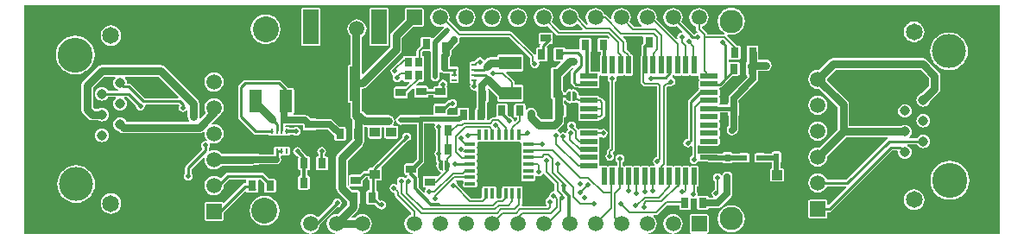
<source format=gtl>
G04 Layer_Physical_Order=1*
G04 Layer_Color=255*
%FSAX25Y25*%
%MOIN*%
G70*
G01*
G75*
%ADD10C,0.00600*%
%ADD11C,0.00787*%
%ADD12R,0.03150X0.03937*%
%ADD13R,0.03937X0.03150*%
%ADD14R,0.05905X0.13386*%
%ADD15R,0.03937X0.13386*%
%ADD16R,0.00984X0.01968*%
%ADD17R,0.06496X0.02716*%
%ADD18R,0.03937X0.03543*%
%ADD19R,0.05118X0.08661*%
%ADD20R,0.04134X0.08661*%
%ADD21R,0.03937X0.03937*%
%ADD22R,0.02362X0.03150*%
%ADD23R,0.03150X0.02362*%
%ADD24R,0.08661X0.05118*%
%ADD25R,0.02716X0.06496*%
%ADD26R,0.01968X0.00984*%
%ADD27R,0.01457X0.03937*%
%ADD28R,0.03937X0.01457*%
%ADD29R,0.16732X0.16732*%
%ADD30R,0.03051X0.03445*%
%ADD31R,0.06693X0.01968*%
%ADD32R,0.01968X0.06693*%
G04:AMPARAMS|DCode=33|XSize=59.05mil|YSize=59.05mil|CornerRadius=5.91mil|HoleSize=0mil|Usage=FLASHONLY|Rotation=0.000|XOffset=0mil|YOffset=0mil|HoleType=Round|Shape=RoundedRectangle|*
%AMROUNDEDRECTD33*
21,1,0.05905,0.04724,0,0,0.0*
21,1,0.04724,0.05905,0,0,0.0*
1,1,0.01181,0.02362,-0.02362*
1,1,0.01181,-0.02362,-0.02362*
1,1,0.01181,-0.02362,0.02362*
1,1,0.01181,0.02362,0.02362*
%
%ADD33ROUNDEDRECTD33*%
%ADD34R,0.05905X0.05905*%
%ADD35R,0.03937X0.03150*%
%ADD36C,0.01000*%
%ADD37C,0.00800*%
%ADD38C,0.02000*%
%ADD39C,0.01500*%
%ADD40C,0.03000*%
%ADD41C,0.01200*%
%ADD42C,0.02500*%
%ADD43C,0.01968*%
%ADD44C,0.05905*%
%ADD45C,0.10000*%
%ADD46C,0.09000*%
%ADD47C,0.06496*%
%ADD48C,0.13110*%
%ADD49C,0.13504*%
%ADD50C,0.03819*%
%ADD51R,0.05905X0.05905*%
%ADD52C,0.01968*%
G36*
X0601286Y0372375D02*
X0488210D01*
X0488161Y0372875D01*
X0488226Y0372888D01*
X0488457Y0373043D01*
X0488612Y0373274D01*
X0488666Y0373547D01*
Y0379453D01*
X0488612Y0379726D01*
X0488457Y0379957D01*
X0488226Y0380112D01*
X0487953Y0380167D01*
X0482047D01*
X0481774Y0380112D01*
X0481543Y0379957D01*
X0481388Y0379726D01*
X0481333Y0379453D01*
Y0373547D01*
X0481388Y0373274D01*
X0481543Y0373043D01*
X0481774Y0372888D01*
X0481839Y0372875D01*
X0481790Y0372375D01*
X0475483D01*
X0475450Y0372875D01*
X0475954Y0372941D01*
X0476842Y0373309D01*
X0477605Y0373895D01*
X0478191Y0374658D01*
X0478559Y0375546D01*
X0478684Y0376500D01*
X0478559Y0377454D01*
X0478191Y0378342D01*
X0477605Y0379105D01*
X0476842Y0379691D01*
X0475954Y0380059D01*
X0475000Y0380184D01*
X0474046Y0380059D01*
X0473158Y0379691D01*
X0472395Y0379105D01*
X0471809Y0378342D01*
X0471441Y0377454D01*
X0471316Y0376500D01*
X0471441Y0375546D01*
X0471809Y0374658D01*
X0472395Y0373895D01*
X0473158Y0373309D01*
X0474046Y0372941D01*
X0474550Y0372875D01*
X0474517Y0372375D01*
X0465483D01*
X0465450Y0372875D01*
X0465954Y0372941D01*
X0466842Y0373309D01*
X0467605Y0373895D01*
X0468191Y0374658D01*
X0468559Y0375546D01*
X0468684Y0376500D01*
X0468559Y0377454D01*
X0468191Y0378342D01*
X0467605Y0379105D01*
X0467475Y0379205D01*
X0467645Y0379705D01*
X0468421D01*
X0468421Y0379705D01*
X0468850Y0379791D01*
X0469214Y0380034D01*
X0472822Y0383642D01*
X0477327D01*
Y0382520D01*
X0477382Y0382247D01*
X0477536Y0382015D01*
X0477768Y0381860D01*
X0478041Y0381806D01*
X0481190D01*
X0481464Y0381860D01*
X0481695Y0382015D01*
X0481850Y0382247D01*
X0481904Y0382520D01*
Y0385934D01*
X0481976Y0386025D01*
X0482404Y0386290D01*
X0482874Y0386196D01*
X0483531Y0386327D01*
X0483702Y0386441D01*
X0484202Y0386174D01*
Y0382520D01*
X0484257Y0382247D01*
X0484411Y0382015D01*
X0484643Y0381860D01*
X0484916Y0381806D01*
X0488066D01*
X0488339Y0381860D01*
X0488570Y0382015D01*
X0488725Y0382247D01*
X0488752Y0382382D01*
X0492126D01*
X0492887Y0382533D01*
X0493532Y0382964D01*
X0497390Y0386823D01*
X0497821Y0387468D01*
X0497972Y0388228D01*
Y0394646D01*
X0497821Y0395407D01*
X0497390Y0396052D01*
X0496745Y0396482D01*
X0495984Y0396634D01*
X0495223Y0396482D01*
X0494578Y0396052D01*
X0494147Y0395407D01*
X0494097Y0395155D01*
X0493567Y0395049D01*
X0493340Y0395388D01*
X0492783Y0395760D01*
X0492126Y0395890D01*
X0491469Y0395760D01*
X0490912Y0395388D01*
X0490540Y0394830D01*
X0490409Y0394173D01*
X0490540Y0393516D01*
X0490912Y0392959D01*
X0491004Y0392897D01*
Y0389658D01*
X0490995Y0389657D01*
X0490438Y0389284D01*
X0490066Y0388727D01*
X0489935Y0388070D01*
X0490066Y0387413D01*
X0490438Y0386856D01*
X0490283Y0386358D01*
X0488779D01*
Y0386457D01*
X0488725Y0386730D01*
X0488570Y0386961D01*
X0488339Y0387116D01*
X0488066Y0387170D01*
X0484953D01*
X0484904Y0387183D01*
X0484528Y0387595D01*
X0484591Y0387913D01*
X0484460Y0388571D01*
X0484310Y0388795D01*
Y0390703D01*
X0484486Y0390738D01*
X0484717Y0390893D01*
X0484872Y0391125D01*
X0484926Y0391398D01*
Y0398091D01*
X0484872Y0398364D01*
X0484717Y0398595D01*
X0484486Y0398750D01*
X0484213Y0398804D01*
X0482244D01*
X0481971Y0398750D01*
X0481739Y0398595D01*
X0481406D01*
X0481175Y0398750D01*
X0480902Y0398804D01*
X0478933D01*
X0478660Y0398750D01*
X0478428Y0398595D01*
X0478229D01*
X0477997Y0398750D01*
X0477724Y0398804D01*
X0475756D01*
X0475483Y0398750D01*
X0475251Y0398595D01*
X0474848Y0398754D01*
X0474575Y0398808D01*
X0472866D01*
X0472479Y0399203D01*
X0472451Y0399287D01*
X0472460Y0399331D01*
Y0428984D01*
X0472916Y0429440D01*
X0473554D01*
X0473554Y0429440D01*
X0473983Y0429525D01*
X0474064Y0429580D01*
X0474252Y0429543D01*
X0474909Y0429673D01*
X0475466Y0430046D01*
X0475839Y0430603D01*
X0475969Y0431260D01*
X0475839Y0431917D01*
X0475466Y0432474D01*
X0474909Y0432846D01*
X0474846Y0432859D01*
X0474663Y0433398D01*
X0474843Y0433664D01*
X0474879Y0433671D01*
X0475111Y0433826D01*
X0475283D01*
X0475514Y0433671D01*
X0475787Y0433617D01*
X0477756D01*
X0478029Y0433671D01*
X0478261Y0433826D01*
X0478393D01*
X0478624Y0433671D01*
X0478898Y0433617D01*
X0480866D01*
X0481139Y0433671D01*
X0481371Y0433826D01*
X0481582D01*
X0481813Y0433671D01*
X0482087Y0433617D01*
X0484055D01*
X0484328Y0433671D01*
X0484377Y0433704D01*
X0484877Y0433469D01*
Y0432559D01*
X0484931Y0432286D01*
X0485086Y0432054D01*
Y0431883D01*
X0484931Y0431651D01*
X0484877Y0431378D01*
Y0429410D01*
X0484931Y0429136D01*
X0485049Y0428799D01*
X0484931Y0428462D01*
X0484879Y0428199D01*
X0484568Y0427991D01*
X0481039Y0424462D01*
X0480774Y0424065D01*
X0480680Y0423597D01*
Y0409340D01*
X0480653Y0409312D01*
X0480012Y0409185D01*
X0479455Y0408813D01*
X0479083Y0408256D01*
X0478952Y0407598D01*
X0479083Y0406941D01*
X0479455Y0406384D01*
X0480012Y0406012D01*
X0480669Y0405881D01*
X0481326Y0406012D01*
X0481884Y0406384D01*
X0482382Y0406231D01*
Y0402760D01*
X0481896Y0402435D01*
X0481524Y0401878D01*
X0481393Y0401221D01*
X0481524Y0400563D01*
X0481896Y0400006D01*
X0482453Y0399634D01*
X0483110Y0399503D01*
X0483767Y0399634D01*
X0484325Y0400006D01*
X0484636Y0400472D01*
X0485003Y0400563D01*
X0485207Y0400563D01*
X0485357Y0400463D01*
X0485598Y0400415D01*
X0488318D01*
X0488929Y0400293D01*
X0494262D01*
X0494298Y0400112D01*
X0494435Y0399907D01*
X0494640Y0399770D01*
X0494882Y0399722D01*
X0497244D01*
X0497486Y0399770D01*
X0497691Y0399907D01*
X0497828Y0400112D01*
X0497864Y0400293D01*
X0500253D01*
X0500301Y0400222D01*
X0500506Y0400085D01*
X0500748Y0400037D01*
X0503898D01*
X0504140Y0400085D01*
X0504345Y0400222D01*
X0504482Y0400427D01*
X0504530Y0400669D01*
Y0403031D01*
X0504482Y0403273D01*
X0504345Y0403478D01*
X0504140Y0403616D01*
X0503898Y0403664D01*
X0500748D01*
X0500506Y0403616D01*
X0500430Y0403565D01*
X0497864D01*
X0497828Y0403746D01*
X0497691Y0403951D01*
X0497486Y0404088D01*
X0497244Y0404136D01*
X0494882D01*
X0494640Y0404088D01*
X0494435Y0403951D01*
X0494298Y0403746D01*
X0494262Y0403565D01*
X0492586D01*
X0492533Y0403600D01*
X0492291Y0403648D01*
X0485598D01*
X0485357Y0403600D01*
X0485151Y0403463D01*
X0485125Y0403424D01*
X0484625Y0403576D01*
Y0406639D01*
X0484957Y0406780D01*
X0485125Y0406817D01*
X0485325Y0406683D01*
X0485598Y0406629D01*
X0492291D01*
X0492564Y0406683D01*
X0492796Y0406838D01*
X0492951Y0407069D01*
X0493005Y0407342D01*
Y0409311D01*
X0492951Y0409584D01*
X0492796Y0409816D01*
Y0409987D01*
X0492951Y0410219D01*
X0493005Y0410492D01*
Y0412461D01*
X0492951Y0412734D01*
X0492796Y0412965D01*
Y0413137D01*
X0492951Y0413369D01*
X0493005Y0413642D01*
Y0415610D01*
X0492951Y0415883D01*
X0492796Y0416115D01*
X0492788Y0416120D01*
Y0416267D01*
X0492943Y0416499D01*
X0492997Y0416772D01*
Y0418740D01*
X0492968Y0418888D01*
X0493180Y0419266D01*
X0493294Y0419388D01*
X0496046D01*
Y0418858D01*
X0496101Y0418585D01*
X0496255Y0418354D01*
X0496346Y0418293D01*
Y0414083D01*
X0496309Y0414046D01*
X0495878Y0413401D01*
X0495726Y0412640D01*
X0495878Y0411879D01*
X0496309Y0411234D01*
X0496954Y0410803D01*
X0497715Y0410652D01*
X0498475Y0410803D01*
X0499120Y0411234D01*
X0499741Y0411854D01*
X0500172Y0412499D01*
X0500323Y0413260D01*
Y0418293D01*
X0500414Y0418354D01*
X0500569Y0418585D01*
X0500623Y0418858D01*
Y0422795D01*
X0500569Y0423068D01*
X0500414Y0423300D01*
X0500323Y0423361D01*
Y0424086D01*
X0507272Y0431035D01*
X0507703Y0431680D01*
X0507854Y0432441D01*
Y0435355D01*
X0510866D01*
X0511725Y0435526D01*
X0512452Y0436012D01*
X0512938Y0436740D01*
X0513109Y0437598D01*
X0512938Y0438457D01*
X0512452Y0439185D01*
X0511725Y0439671D01*
X0510866Y0439842D01*
X0507991D01*
Y0442392D01*
X0507988Y0442409D01*
Y0444606D01*
X0507933Y0444879D01*
X0507779Y0445111D01*
X0507547Y0445266D01*
X0507274Y0445320D01*
X0504124D01*
X0503851Y0445266D01*
X0503620Y0445111D01*
X0503465Y0444879D01*
X0503411Y0444606D01*
Y0440669D01*
X0503465Y0440396D01*
X0503505Y0440336D01*
Y0438929D01*
X0503497Y0438927D01*
X0503265Y0438772D01*
X0503111Y0438541D01*
X0503056Y0438268D01*
Y0434331D01*
X0503111Y0434058D01*
X0503265Y0433826D01*
X0503497Y0433671D01*
X0503602Y0433650D01*
X0503745Y0433182D01*
X0503742Y0433129D01*
X0496929Y0426315D01*
X0496498Y0425670D01*
X0496346Y0424909D01*
Y0423361D01*
X0496255Y0423300D01*
X0496101Y0423068D01*
X0496046Y0422795D01*
Y0422344D01*
X0493215D01*
X0492943Y0422837D01*
X0492997Y0423110D01*
Y0425079D01*
X0492943Y0425352D01*
X0492816Y0425650D01*
X0492943Y0425947D01*
X0492997Y0426221D01*
Y0428189D01*
X0492943Y0428462D01*
X0492867Y0428679D01*
X0493125Y0429091D01*
X0493155D01*
X0493623Y0429185D01*
X0494020Y0429450D01*
X0494903Y0430333D01*
X0498187Y0433617D01*
X0500045D01*
X0500318Y0433671D01*
X0500549Y0433826D01*
X0500704Y0434058D01*
X0500758Y0434331D01*
Y0438268D01*
X0500704Y0438541D01*
X0500549Y0438772D01*
X0500318Y0438927D01*
X0500045Y0438981D01*
X0496895D01*
X0496497Y0439321D01*
X0496530Y0439820D01*
X0496949Y0440028D01*
X0496976Y0440010D01*
X0497249Y0439956D01*
X0500399D01*
X0500672Y0440010D01*
X0500904Y0440165D01*
X0501058Y0440396D01*
X0501113Y0440669D01*
Y0444606D01*
X0501058Y0444879D01*
X0500904Y0445111D01*
X0500672Y0445266D01*
X0500399Y0445320D01*
X0499547D01*
X0499460Y0445451D01*
X0499460Y0445451D01*
X0495787Y0449123D01*
X0496032Y0449563D01*
X0496101Y0449549D01*
X0496123Y0449540D01*
X0496146Y0449537D01*
X0496212Y0449514D01*
X0497387Y0449360D01*
X0497434Y0449363D01*
X0497480Y0449354D01*
X0497527Y0449363D01*
X0497574Y0449360D01*
X0498748Y0449514D01*
X0498815Y0449537D01*
X0498838Y0449540D01*
X0498859Y0449549D01*
X0498928Y0449563D01*
X0500023Y0450016D01*
X0500081Y0450055D01*
X0500103Y0450064D01*
X0500121Y0450078D01*
X0500184Y0450109D01*
X0501124Y0450831D01*
X0501171Y0450883D01*
X0501189Y0450898D01*
X0501203Y0450916D01*
X0501256Y0450962D01*
X0501977Y0451902D01*
X0502008Y0451965D01*
X0502023Y0451984D01*
X0502031Y0452005D01*
X0502070Y0452064D01*
X0502524Y0453158D01*
X0502538Y0453227D01*
X0502547Y0453249D01*
X0502550Y0453272D01*
X0502572Y0453338D01*
X0502727Y0454513D01*
X0502722Y0454583D01*
X0502725Y0454606D01*
X0502722Y0454629D01*
X0502727Y0454700D01*
X0502572Y0455874D01*
X0502550Y0455941D01*
X0502547Y0455964D01*
X0502538Y0455985D01*
X0502524Y0456054D01*
X0502070Y0457149D01*
X0502031Y0457207D01*
X0502023Y0457229D01*
X0502008Y0457247D01*
X0501977Y0457310D01*
X0501256Y0458250D01*
X0501203Y0458297D01*
X0501189Y0458315D01*
X0501171Y0458329D01*
X0501124Y0458382D01*
X0500184Y0459103D01*
X0500121Y0459134D01*
X0500103Y0459149D01*
X0500081Y0459157D01*
X0500023Y0459196D01*
X0498928Y0459650D01*
X0498859Y0459664D01*
X0498838Y0459672D01*
X0498815Y0459676D01*
X0498748Y0459698D01*
X0497574Y0459853D01*
X0497527Y0459850D01*
X0497480Y0459859D01*
X0497434Y0459850D01*
X0497387Y0459853D01*
X0496212Y0459698D01*
X0496146Y0459676D01*
X0496123Y0459672D01*
X0496101Y0459664D01*
X0496032Y0459650D01*
X0494938Y0459196D01*
X0494879Y0459157D01*
X0494858Y0459149D01*
X0494839Y0459134D01*
X0494776Y0459103D01*
X0493836Y0458382D01*
X0493790Y0458329D01*
X0493772Y0458315D01*
X0493757Y0458297D01*
X0493705Y0458250D01*
X0492983Y0457310D01*
X0492952Y0457247D01*
X0492938Y0457229D01*
X0492929Y0457207D01*
X0492890Y0457149D01*
X0492437Y0456054D01*
X0492423Y0455985D01*
X0492414Y0455964D01*
X0492411Y0455941D01*
X0492388Y0455874D01*
X0492234Y0454700D01*
X0492239Y0454629D01*
X0492235Y0454606D01*
X0492239Y0454583D01*
X0492234Y0454513D01*
X0492388Y0453338D01*
X0492411Y0453272D01*
X0492414Y0453249D01*
X0492423Y0453227D01*
X0492437Y0453158D01*
X0492890Y0452064D01*
X0492929Y0452005D01*
X0492938Y0451984D01*
X0492952Y0451965D01*
X0492983Y0451902D01*
X0493705Y0450962D01*
X0493757Y0450916D01*
X0493772Y0450898D01*
X0493790Y0450883D01*
X0493836Y0450831D01*
X0494776Y0450109D01*
X0494739Y0449653D01*
X0494722Y0449593D01*
X0494717Y0449584D01*
X0488605D01*
X0488129Y0449606D01*
X0488044Y0450035D01*
X0487801Y0450399D01*
X0487801Y0450399D01*
X0486122Y0452079D01*
Y0452613D01*
X0486842Y0452912D01*
X0487605Y0453497D01*
X0488191Y0454260D01*
X0488559Y0455149D01*
X0488684Y0456102D01*
X0488559Y0457056D01*
X0488191Y0457944D01*
X0487605Y0458708D01*
X0486842Y0459293D01*
X0485954Y0459661D01*
X0485000Y0459787D01*
X0484046Y0459661D01*
X0483158Y0459293D01*
X0482395Y0458708D01*
X0481809Y0457944D01*
X0481441Y0457056D01*
X0481316Y0456102D01*
X0481441Y0455149D01*
X0481809Y0454260D01*
X0482395Y0453497D01*
X0483158Y0452912D01*
X0483878Y0452613D01*
Y0451614D01*
X0483878Y0451614D01*
X0483964Y0451185D01*
X0484207Y0450821D01*
X0484406Y0450622D01*
X0484223Y0450098D01*
X0483792Y0450012D01*
X0483248Y0449649D01*
X0483082D01*
X0478272Y0454458D01*
X0478559Y0455149D01*
X0478684Y0456102D01*
X0478559Y0457056D01*
X0478191Y0457944D01*
X0477605Y0458708D01*
X0476842Y0459293D01*
X0475954Y0459661D01*
X0475000Y0459787D01*
X0474046Y0459661D01*
X0473158Y0459293D01*
X0472395Y0458708D01*
X0471809Y0457944D01*
X0471441Y0457056D01*
X0471316Y0456102D01*
X0471441Y0455149D01*
X0471809Y0454260D01*
X0472395Y0453497D01*
X0473158Y0452912D01*
X0474046Y0452544D01*
X0475000Y0452418D01*
X0475954Y0452544D01*
X0476500Y0452770D01*
X0478488Y0450781D01*
X0478410Y0450515D01*
X0478277Y0450286D01*
X0477689Y0450169D01*
X0477132Y0449797D01*
X0476760Y0449240D01*
X0476629Y0448583D01*
X0476738Y0448035D01*
X0476361Y0447756D01*
X0476326Y0447741D01*
X0468601Y0455466D01*
X0468684Y0456102D01*
X0468559Y0457056D01*
X0468191Y0457944D01*
X0467605Y0458708D01*
X0466842Y0459293D01*
X0465954Y0459661D01*
X0465000Y0459787D01*
X0464046Y0459661D01*
X0463158Y0459293D01*
X0462395Y0458708D01*
X0461809Y0457944D01*
X0461441Y0457056D01*
X0461316Y0456102D01*
X0461441Y0455149D01*
X0461809Y0454260D01*
X0462395Y0453497D01*
X0462838Y0453157D01*
X0462669Y0452657D01*
X0459929D01*
X0458230Y0454356D01*
X0458559Y0455149D01*
X0458684Y0456102D01*
X0458559Y0457056D01*
X0458191Y0457944D01*
X0457605Y0458708D01*
X0456842Y0459293D01*
X0455954Y0459661D01*
X0455000Y0459787D01*
X0454046Y0459661D01*
X0453158Y0459293D01*
X0452395Y0458708D01*
X0451809Y0457944D01*
X0451441Y0457056D01*
X0451316Y0456102D01*
X0451359Y0455777D01*
X0450885Y0455544D01*
X0449636Y0456793D01*
X0449272Y0457036D01*
X0448842Y0457122D01*
X0448842Y0457122D01*
X0448531D01*
X0448191Y0457944D01*
X0447605Y0458708D01*
X0446842Y0459293D01*
X0445954Y0459661D01*
X0445000Y0459787D01*
X0444046Y0459661D01*
X0443158Y0459293D01*
X0442395Y0458708D01*
X0441809Y0457944D01*
X0441441Y0457056D01*
X0441316Y0456102D01*
X0441441Y0455149D01*
X0441809Y0454260D01*
X0442120Y0453856D01*
X0441930Y0453282D01*
X0441773Y0453238D01*
X0438650Y0456361D01*
X0438559Y0457056D01*
X0438191Y0457944D01*
X0437605Y0458708D01*
X0436842Y0459293D01*
X0435954Y0459661D01*
X0435000Y0459787D01*
X0434046Y0459661D01*
X0433158Y0459293D01*
X0432395Y0458708D01*
X0431809Y0457944D01*
X0431441Y0457056D01*
X0431316Y0456102D01*
X0431441Y0455149D01*
X0431809Y0454260D01*
X0432395Y0453497D01*
X0433158Y0452912D01*
X0434046Y0452544D01*
X0435000Y0452418D01*
X0435954Y0452544D01*
X0436842Y0452912D01*
X0437605Y0453497D01*
X0437694Y0453613D01*
X0438193Y0453646D01*
X0440137Y0451702D01*
X0439946Y0451240D01*
X0431347D01*
X0428230Y0454356D01*
X0428559Y0455149D01*
X0428684Y0456102D01*
X0428559Y0457056D01*
X0428191Y0457944D01*
X0427605Y0458708D01*
X0426842Y0459293D01*
X0425954Y0459661D01*
X0425000Y0459787D01*
X0424046Y0459661D01*
X0423158Y0459293D01*
X0422395Y0458708D01*
X0421809Y0457944D01*
X0421441Y0457056D01*
X0421316Y0456102D01*
X0421441Y0455149D01*
X0421809Y0454260D01*
X0422395Y0453497D01*
X0423158Y0452912D01*
X0424046Y0452544D01*
X0425000Y0452418D01*
X0425954Y0452544D01*
X0426602Y0452812D01*
X0430089Y0449325D01*
X0430089Y0449325D01*
X0430453Y0449082D01*
X0430882Y0448997D01*
X0430882Y0448997D01*
X0449693D01*
X0450344Y0448346D01*
X0450025Y0447957D01*
X0449870Y0448061D01*
X0449597Y0448115D01*
X0446447D01*
X0446174Y0448061D01*
X0445943Y0447906D01*
X0445788Y0447675D01*
X0445733Y0447402D01*
Y0443465D01*
X0445788Y0443191D01*
X0445943Y0442960D01*
X0446174Y0442805D01*
X0446447Y0442751D01*
X0447021D01*
Y0441611D01*
X0446897Y0441528D01*
X0446742Y0441297D01*
X0446688Y0441024D01*
Y0435350D01*
X0446648Y0435314D01*
X0446188Y0435128D01*
X0446100Y0435187D01*
X0445827Y0435241D01*
X0443137D01*
Y0442900D01*
X0443226Y0442960D01*
X0443381Y0443191D01*
X0443435Y0443465D01*
Y0447402D01*
X0443381Y0447675D01*
X0443226Y0447906D01*
X0442995Y0448061D01*
X0442722Y0448115D01*
X0439572D01*
X0439299Y0448061D01*
X0439068Y0447906D01*
X0438913Y0447675D01*
X0438859Y0447402D01*
Y0444045D01*
X0438358Y0443702D01*
X0438150Y0443743D01*
X0433460D01*
Y0443819D01*
X0433406Y0444092D01*
X0433251Y0444324D01*
X0433020Y0444478D01*
X0432747Y0444533D01*
X0429597D01*
X0429324Y0444478D01*
X0429092Y0444324D01*
X0428937Y0444092D01*
X0428883Y0443819D01*
Y0439882D01*
X0428937Y0439609D01*
X0429092Y0439377D01*
X0429324Y0439222D01*
X0429597Y0439168D01*
X0431406D01*
X0431597Y0438706D01*
X0429825Y0436934D01*
X0428635D01*
X0428362Y0436880D01*
X0428130Y0436725D01*
X0427976Y0436494D01*
X0427921Y0436221D01*
Y0432283D01*
X0427967Y0432055D01*
Y0429362D01*
X0427921Y0429134D01*
Y0425197D01*
X0427976Y0424924D01*
X0428130Y0424692D01*
X0428362Y0424538D01*
X0428466Y0424517D01*
Y0416953D01*
X0428205Y0416692D01*
X0424079D01*
X0422440Y0418331D01*
Y0419016D01*
X0422269Y0419874D01*
X0421783Y0420602D01*
X0421055Y0421088D01*
X0420197Y0421259D01*
X0419339Y0421088D01*
X0418645Y0420625D01*
X0418226Y0420718D01*
X0418145Y0420743D01*
Y0422047D01*
X0418091Y0422320D01*
X0417936Y0422552D01*
X0417705Y0422707D01*
X0417431Y0422761D01*
X0414282D01*
X0414009Y0422707D01*
X0413777Y0422552D01*
X0413623Y0422320D01*
X0413568Y0422047D01*
Y0418110D01*
X0413623Y0417837D01*
X0413777Y0417606D01*
X0414009Y0417451D01*
X0414282Y0417396D01*
X0414735D01*
Y0416715D01*
X0414016Y0415996D01*
X0413780Y0416050D01*
X0413510Y0416197D01*
X0413398Y0416765D01*
X0413025Y0417322D01*
X0412468Y0417694D01*
X0411827Y0417822D01*
X0411270Y0418379D01*
Y0422047D01*
X0411216Y0422320D01*
X0411061Y0422552D01*
X0410830Y0422707D01*
X0410557Y0422761D01*
X0407407D01*
X0407134Y0422707D01*
X0406902Y0422552D01*
X0406747Y0422320D01*
X0406693Y0422047D01*
Y0418110D01*
X0406700Y0418075D01*
X0406394Y0417616D01*
X0406329Y0417575D01*
X0405632D01*
X0405203Y0417490D01*
X0404839Y0417247D01*
X0404839Y0417246D01*
X0403993Y0416401D01*
X0403396D01*
X0403189Y0416654D01*
Y0420590D01*
X0403134Y0420864D01*
X0403024Y0421029D01*
Y0423188D01*
X0403277Y0423238D01*
X0403509Y0423393D01*
X0403663Y0423625D01*
X0403718Y0423898D01*
Y0427835D01*
X0403663Y0428108D01*
X0403509Y0428339D01*
X0403501Y0428345D01*
X0403510Y0428438D01*
X0404031Y0428624D01*
X0407160Y0425494D01*
Y0424370D01*
X0407215Y0424097D01*
X0407369Y0423865D01*
X0407601Y0423711D01*
X0407874Y0423656D01*
X0416535D01*
X0416809Y0423711D01*
X0417040Y0423865D01*
X0417195Y0424097D01*
X0417249Y0424370D01*
Y0429488D01*
X0417195Y0429761D01*
X0417040Y0429993D01*
X0416809Y0430148D01*
X0416535Y0430202D01*
X0413838D01*
Y0431097D01*
X0413838Y0431097D01*
X0413753Y0431526D01*
X0413510Y0431890D01*
X0413510Y0431890D01*
X0410552Y0434848D01*
X0410743Y0435310D01*
X0416535D01*
X0416809Y0435364D01*
X0417040Y0435519D01*
X0417195Y0435750D01*
X0417249Y0436024D01*
Y0441142D01*
X0417195Y0441415D01*
X0417040Y0441646D01*
X0416809Y0441801D01*
X0416535Y0441855D01*
X0407874D01*
X0407601Y0441801D01*
X0407369Y0441646D01*
X0407215Y0441415D01*
X0407160Y0441142D01*
Y0440747D01*
X0404488D01*
X0403630Y0440576D01*
X0402902Y0440090D01*
X0402450Y0439637D01*
X0401883Y0439778D01*
X0401607Y0440190D01*
X0401050Y0440562D01*
X0400393Y0440693D01*
X0399736Y0440562D01*
X0399179Y0440190D01*
X0398966Y0439871D01*
X0398812Y0439769D01*
X0398812Y0439769D01*
X0398084Y0439041D01*
X0397047D01*
X0396774Y0438986D01*
X0396543Y0438831D01*
X0396388Y0438600D01*
X0396334Y0438327D01*
Y0437343D01*
X0396388Y0437069D01*
X0396534Y0436850D01*
X0396388Y0436631D01*
X0396334Y0436358D01*
Y0435374D01*
X0396388Y0435101D01*
X0396534Y0434882D01*
X0396388Y0434663D01*
X0396334Y0434390D01*
Y0433405D01*
X0396388Y0433132D01*
X0396534Y0432913D01*
X0396388Y0432694D01*
X0396334Y0432421D01*
Y0431437D01*
X0396388Y0431164D01*
X0396543Y0430932D01*
X0396718Y0430318D01*
X0396681Y0430264D01*
X0396550Y0429606D01*
X0396681Y0428949D01*
X0397053Y0428392D01*
X0397611Y0428020D01*
X0398268Y0427889D01*
X0398657Y0427966D01*
X0398734Y0427946D01*
X0399126Y0427620D01*
X0399141Y0427592D01*
Y0427044D01*
X0399047Y0426575D01*
Y0422992D01*
Y0421247D01*
X0398821Y0421095D01*
X0398666Y0420864D01*
X0398612Y0420590D01*
Y0416654D01*
X0398405Y0416401D01*
X0396521D01*
X0396314Y0416654D01*
Y0420590D01*
X0396259Y0420864D01*
X0396105Y0421095D01*
X0395873Y0421250D01*
X0395600Y0421304D01*
X0392450D01*
X0392177Y0421250D01*
X0391946Y0421095D01*
X0391791Y0420864D01*
X0391737Y0420590D01*
Y0418466D01*
X0388228D01*
X0387840Y0418907D01*
Y0420371D01*
X0388983Y0421515D01*
X0389264Y0421327D01*
X0389921Y0421196D01*
X0390578Y0421327D01*
X0391136Y0421699D01*
X0391508Y0422256D01*
X0391638Y0422913D01*
X0391508Y0423571D01*
X0391136Y0424128D01*
X0390578Y0424500D01*
X0389921Y0424631D01*
X0389264Y0424500D01*
X0388721Y0424137D01*
X0388652D01*
X0388184Y0424044D01*
X0387787Y0423778D01*
X0386779Y0422770D01*
X0383189D01*
X0382916Y0422716D01*
X0382684Y0422561D01*
X0382530Y0422330D01*
X0382475Y0422057D01*
Y0418907D01*
X0382086Y0418466D01*
X0377480D01*
X0376887Y0418348D01*
X0369961D01*
X0369297Y0418216D01*
X0368735Y0417840D01*
X0368459Y0417564D01*
X0368084Y0417002D01*
X0367952Y0416339D01*
X0368084Y0415675D01*
X0368459Y0415113D01*
X0369022Y0414737D01*
X0369685Y0414605D01*
X0370348Y0414737D01*
X0370563Y0414881D01*
X0376002D01*
Y0401426D01*
X0374410Y0399835D01*
X0372008D01*
X0371735Y0399780D01*
X0371503Y0399626D01*
X0371349Y0399394D01*
X0371294Y0399121D01*
Y0395971D01*
X0371349Y0395698D01*
X0371503Y0395467D01*
X0371735Y0395312D01*
X0372008Y0395258D01*
X0372288D01*
X0372331Y0395231D01*
X0372443Y0395030D01*
X0372216Y0394499D01*
X0371886Y0394278D01*
X0371411Y0394088D01*
X0370854Y0394461D01*
X0370197Y0394591D01*
X0369540Y0394461D01*
X0368983Y0394088D01*
X0368610Y0393531D01*
X0368480Y0392874D01*
X0368610Y0392217D01*
X0368794Y0391943D01*
X0368766Y0391860D01*
X0368170Y0391656D01*
X0367980Y0391783D01*
X0367323Y0391914D01*
X0366666Y0391783D01*
X0366109Y0391411D01*
X0365736Y0390854D01*
X0365606Y0390197D01*
X0365736Y0389540D01*
X0366109Y0388983D01*
X0366666Y0388610D01*
X0367323Y0388480D01*
X0367575Y0388041D01*
Y0387484D01*
X0367575Y0387484D01*
X0367661Y0387055D01*
X0367904Y0386691D01*
X0373879Y0380716D01*
Y0379989D01*
X0373158Y0379691D01*
X0372395Y0379105D01*
X0371809Y0378342D01*
X0371441Y0377454D01*
X0371316Y0376500D01*
X0371441Y0375546D01*
X0371809Y0374658D01*
X0372395Y0373895D01*
X0373158Y0373309D01*
X0374046Y0372941D01*
X0374550Y0372875D01*
X0374517Y0372375D01*
X0355483D01*
X0355450Y0372875D01*
X0355954Y0372941D01*
X0356842Y0373309D01*
X0357605Y0373895D01*
X0358191Y0374658D01*
X0358559Y0375546D01*
X0358684Y0376500D01*
X0358559Y0377454D01*
X0358191Y0378342D01*
X0357605Y0379105D01*
X0356842Y0379691D01*
X0355954Y0380059D01*
X0355000Y0380184D01*
X0354046Y0380059D01*
X0353158Y0379691D01*
X0352395Y0379105D01*
X0352117Y0378743D01*
X0351069D01*
X0350877Y0379205D01*
X0353052Y0381380D01*
X0353538Y0382108D01*
X0353709Y0382966D01*
Y0384018D01*
X0353747Y0384026D01*
X0353979Y0384180D01*
X0354133Y0384412D01*
X0354188Y0384685D01*
Y0388622D01*
X0354133Y0388895D01*
X0353979Y0389127D01*
X0353747Y0389281D01*
X0353474Y0389336D01*
X0351248D01*
X0350036Y0390547D01*
X0350300Y0390991D01*
X0350357Y0390981D01*
X0350419Y0390969D01*
X0350630Y0390927D01*
X0354567D01*
X0354840Y0390981D01*
X0355072Y0391136D01*
X0355226Y0391368D01*
X0355281Y0391641D01*
Y0393196D01*
X0356483Y0394398D01*
X0357278D01*
Y0393850D01*
X0357333Y0393577D01*
X0357488Y0393346D01*
X0357719Y0393191D01*
X0357950Y0393145D01*
Y0389336D01*
X0357199D01*
X0356926Y0389281D01*
X0356695Y0389127D01*
X0356540Y0388895D01*
X0356486Y0388622D01*
Y0384685D01*
X0356540Y0384412D01*
X0356695Y0384180D01*
X0356926Y0384026D01*
X0357199Y0383971D01*
X0359726D01*
X0360862Y0382836D01*
X0361259Y0382570D01*
X0361339Y0382555D01*
X0361384Y0382487D01*
X0361941Y0382114D01*
X0362598Y0381983D01*
X0363256Y0382114D01*
X0363813Y0382487D01*
X0364185Y0383044D01*
X0364316Y0383701D01*
X0364185Y0384358D01*
X0363813Y0384915D01*
X0363256Y0385287D01*
X0362598Y0385418D01*
X0361941Y0385287D01*
X0361899Y0385259D01*
X0361063Y0386095D01*
Y0388622D01*
X0361008Y0388895D01*
X0360854Y0389127D01*
X0360622Y0389281D01*
X0360397Y0389326D01*
Y0393137D01*
X0361929D01*
X0362202Y0393191D01*
X0362434Y0393346D01*
X0362589Y0393577D01*
X0362643Y0393850D01*
Y0397394D01*
X0362589Y0397667D01*
X0362434Y0397898D01*
X0362482Y0398468D01*
X0372221Y0408207D01*
X0372862Y0408335D01*
X0373419Y0408707D01*
X0373791Y0409264D01*
X0373922Y0409921D01*
X0373791Y0410578D01*
X0373419Y0411135D01*
X0372862Y0411508D01*
X0372205Y0411638D01*
X0371548Y0411508D01*
X0370990Y0411135D01*
X0370618Y0410578D01*
X0370491Y0409938D01*
X0359096Y0398542D01*
X0358830Y0398145D01*
X0358823Y0398107D01*
X0357992D01*
X0357719Y0398053D01*
X0357488Y0397898D01*
X0357333Y0397667D01*
X0357278Y0397394D01*
Y0396846D01*
X0355976D01*
X0355508Y0396752D01*
X0355111Y0396487D01*
X0354128Y0395504D01*
X0350630D01*
X0350357Y0395450D01*
X0350125Y0395295D01*
X0349971Y0395063D01*
X0349916Y0394790D01*
Y0391641D01*
X0349948Y0391480D01*
X0349717Y0391280D01*
X0349491Y0391203D01*
X0349369Y0391298D01*
Y0400882D01*
X0355120Y0406633D01*
X0355606Y0407361D01*
X0355777Y0408219D01*
Y0413859D01*
X0356833D01*
X0357278Y0413535D01*
Y0409992D01*
X0357333Y0409719D01*
X0357488Y0409487D01*
X0357719Y0409333D01*
X0357992Y0409278D01*
X0361929D01*
X0362202Y0409333D01*
X0362434Y0409487D01*
X0362589Y0409719D01*
X0362643Y0409992D01*
Y0413535D01*
X0363088Y0413859D01*
X0363132D01*
X0363578Y0413535D01*
Y0409992D01*
X0363632Y0409719D01*
X0363787Y0409487D01*
X0364018Y0409333D01*
X0364291Y0409278D01*
X0368228D01*
X0368501Y0409333D01*
X0368733Y0409487D01*
X0368888Y0409719D01*
X0368942Y0409992D01*
Y0413535D01*
X0368888Y0413809D01*
X0368733Y0414040D01*
X0368501Y0414195D01*
X0368228Y0414249D01*
X0367127D01*
X0366860Y0414749D01*
X0367191Y0415244D01*
X0367361Y0416102D01*
X0367191Y0416961D01*
X0366704Y0417689D01*
X0365977Y0418175D01*
X0365118Y0418345D01*
X0356668D01*
X0355120Y0419893D01*
X0354841Y0420079D01*
Y0423473D01*
X0354896Y0423745D01*
Y0428623D01*
X0355118D01*
X0355977Y0428794D01*
X0356704Y0429280D01*
X0369618Y0442193D01*
X0370104Y0442921D01*
X0370275Y0443780D01*
Y0448102D01*
X0374608Y0452436D01*
X0377953D01*
X0378226Y0452490D01*
X0378457Y0452645D01*
X0378612Y0452877D01*
X0378666Y0453150D01*
Y0459055D01*
X0378612Y0459328D01*
X0378457Y0459560D01*
X0378226Y0459715D01*
X0377953Y0459769D01*
X0372047D01*
X0371774Y0459715D01*
X0371543Y0459560D01*
X0371388Y0459328D01*
X0371334Y0459055D01*
Y0455506D01*
X0366445Y0450618D01*
X0365959Y0449890D01*
X0365788Y0449031D01*
Y0444709D01*
X0355358Y0434278D01*
X0354896Y0434469D01*
Y0437131D01*
X0354841Y0437403D01*
Y0448508D01*
X0355597Y0449088D01*
X0356183Y0449851D01*
X0356551Y0450739D01*
X0356676Y0451693D01*
X0356551Y0452646D01*
X0356183Y0453535D01*
X0355597Y0454298D01*
X0354834Y0454884D01*
X0353946Y0455252D01*
X0352992Y0455377D01*
X0352039Y0455252D01*
X0351150Y0454884D01*
X0350387Y0454298D01*
X0349801Y0453535D01*
X0349433Y0452646D01*
X0349308Y0451693D01*
X0349433Y0450739D01*
X0349801Y0449851D01*
X0350355Y0449129D01*
Y0437845D01*
X0350245D01*
X0349972Y0437791D01*
X0349740Y0437636D01*
X0349586Y0437404D01*
X0349531Y0437131D01*
Y0423745D01*
X0349586Y0423472D01*
X0349740Y0423241D01*
X0349972Y0423086D01*
X0350245Y0423032D01*
X0350355D01*
Y0418307D01*
X0350526Y0417449D01*
X0351012Y0416721D01*
X0351291Y0416442D01*
Y0413742D01*
X0351218Y0413694D01*
X0351063Y0413462D01*
X0351009Y0413189D01*
Y0409252D01*
X0351063Y0408979D01*
X0351087Y0408944D01*
X0345540Y0403397D01*
X0345054Y0402669D01*
X0344883Y0401811D01*
Y0390285D01*
X0345054Y0389427D01*
X0345540Y0388699D01*
X0349223Y0385016D01*
Y0383895D01*
X0345452Y0380125D01*
X0345000Y0380184D01*
X0344046Y0380059D01*
X0343158Y0379691D01*
X0342395Y0379105D01*
X0341809Y0378342D01*
X0341441Y0377454D01*
X0341316Y0376500D01*
X0341441Y0375546D01*
X0341809Y0374658D01*
X0342395Y0373895D01*
X0343158Y0373309D01*
X0344046Y0372941D01*
X0344550Y0372875D01*
X0344517Y0372375D01*
X0335483D01*
X0335450Y0372875D01*
X0335954Y0372941D01*
X0336842Y0373309D01*
X0337605Y0373895D01*
X0338191Y0374658D01*
X0338559Y0375546D01*
X0338628Y0376071D01*
X0345371Y0382814D01*
X0346011Y0382941D01*
X0346569Y0383313D01*
X0346941Y0383870D01*
X0347072Y0384528D01*
X0346941Y0385185D01*
X0346569Y0385742D01*
X0346011Y0386114D01*
X0345354Y0386245D01*
X0344697Y0386114D01*
X0344140Y0385742D01*
X0343768Y0385185D01*
X0343640Y0384544D01*
X0338132Y0379036D01*
X0337633Y0379068D01*
X0337605Y0379105D01*
X0336842Y0379691D01*
X0335954Y0380059D01*
X0335000Y0380184D01*
X0334046Y0380059D01*
X0333158Y0379691D01*
X0332395Y0379105D01*
X0331809Y0378342D01*
X0331441Y0377454D01*
X0331316Y0376500D01*
X0331441Y0375546D01*
X0331809Y0374658D01*
X0332395Y0373895D01*
X0333158Y0373309D01*
X0334046Y0372941D01*
X0334550Y0372875D01*
X0334517Y0372375D01*
X0224580D01*
Y0460735D01*
X0601286D01*
Y0372375D01*
D02*
G37*
G36*
X0383101Y0414499D02*
X0383058Y0414436D01*
X0382928Y0413779D01*
X0383058Y0413122D01*
X0383421Y0412578D01*
Y0404743D01*
X0383058Y0404200D01*
X0382928Y0403543D01*
X0383058Y0402885D01*
X0383421Y0402342D01*
Y0401035D01*
X0383514Y0400567D01*
X0383780Y0400170D01*
X0383912Y0400038D01*
X0383748Y0399643D01*
X0383654Y0398925D01*
X0383748Y0398207D01*
X0384025Y0397538D01*
X0384466Y0396964D01*
X0385041Y0396523D01*
X0385174Y0396468D01*
X0385329Y0396082D01*
X0385330Y0396075D01*
X0385340Y0395927D01*
X0384149Y0394736D01*
X0383576Y0394705D01*
X0383344Y0394859D01*
X0383071Y0394914D01*
X0379134D01*
X0378861Y0394859D01*
X0378629Y0394705D01*
X0378474Y0394473D01*
X0378420Y0394200D01*
Y0391050D01*
X0378474Y0390777D01*
X0378629Y0390546D01*
X0378861Y0390391D01*
X0379134Y0390336D01*
X0379333D01*
X0379547Y0389837D01*
X0379280Y0389437D01*
X0379157Y0388819D01*
X0379007Y0388723D01*
X0378676Y0388592D01*
X0376719Y0390549D01*
Y0394134D01*
X0376618Y0394641D01*
X0376453Y0394888D01*
X0376449Y0395467D01*
X0376604Y0395698D01*
X0376659Y0395971D01*
Y0397902D01*
X0378526Y0399769D01*
X0378846Y0400248D01*
X0378959Y0400814D01*
Y0414999D01*
X0382833D01*
X0383101Y0414499D01*
D02*
G37*
G36*
X0386175Y0400825D02*
X0386292Y0400618D01*
Y0397224D01*
X0385995Y0396935D01*
X0385528Y0397087D01*
X0385275Y0397255D01*
X0384984Y0397545D01*
X0384774Y0397775D01*
X0384544Y0398165D01*
X0384435Y0398535D01*
X0384454Y0399405D01*
X0384555Y0399685D01*
X0384885Y0400225D01*
X0385214Y0400545D01*
X0385576Y0400772D01*
X0385975Y0400895D01*
X0386175Y0400825D01*
D02*
G37*
G36*
X0463494Y0448425D02*
Y0446003D01*
X0463270Y0445780D01*
X0462983Y0445350D01*
X0462882Y0444842D01*
Y0441660D01*
X0462684Y0441528D01*
X0462530Y0441297D01*
X0462475Y0441024D01*
Y0437277D01*
X0462422Y0437008D01*
X0462422Y0437008D01*
Y0431220D01*
X0462422Y0431220D01*
X0462507Y0430791D01*
X0462750Y0430427D01*
X0463497Y0429681D01*
X0463497Y0429681D01*
X0463861Y0429438D01*
X0464290Y0429352D01*
X0468717D01*
Y0402185D01*
X0468280Y0402098D01*
X0467723Y0401726D01*
X0467350Y0401169D01*
X0467220Y0400512D01*
X0467350Y0399855D01*
X0467723Y0399297D01*
X0467561Y0398804D01*
X0466307D01*
X0466034Y0398750D01*
X0465717Y0398628D01*
X0465399Y0398750D01*
X0465126Y0398804D01*
X0463158D01*
X0462884Y0398750D01*
X0462567Y0398628D01*
X0462250Y0398750D01*
X0461976Y0398804D01*
X0460008D01*
X0459735Y0398750D01*
X0459503Y0398595D01*
X0459331D01*
X0459100Y0398750D01*
X0458827Y0398804D01*
X0456858D01*
X0456585Y0398750D01*
X0456268Y0398628D01*
X0455950Y0398750D01*
X0455677Y0398804D01*
X0455609D01*
Y0400219D01*
X0455702Y0400281D01*
X0456074Y0400838D01*
X0456205Y0401495D01*
X0456074Y0402152D01*
X0455702Y0402709D01*
X0455145Y0403082D01*
X0454487Y0403212D01*
X0453830Y0403082D01*
X0453273Y0402709D01*
X0452901Y0402152D01*
X0452770Y0401495D01*
X0452901Y0400838D01*
X0453273Y0400281D01*
X0453366Y0400219D01*
Y0398928D01*
X0453365Y0398927D01*
X0452866Y0398706D01*
X0452801Y0398750D01*
X0452528Y0398804D01*
X0450559D01*
X0450286Y0398750D01*
X0449965Y0398629D01*
X0449643Y0398750D01*
X0449370Y0398804D01*
X0447402D01*
X0447128Y0398750D01*
X0447041Y0398691D01*
X0446580Y0398877D01*
X0446540Y0398913D01*
Y0399882D01*
X0446486Y0400155D01*
X0446360Y0400453D01*
X0446486Y0400750D01*
X0446540Y0401024D01*
Y0402992D01*
X0446486Y0403265D01*
X0446368Y0403602D01*
X0446486Y0403939D01*
X0446540Y0404213D01*
Y0406181D01*
X0446486Y0406454D01*
X0446360Y0406752D01*
X0446486Y0407050D01*
X0446540Y0407323D01*
Y0409291D01*
X0446486Y0409564D01*
X0446486Y0409575D01*
X0446599Y0409810D01*
X0447186Y0409943D01*
X0447414Y0409791D01*
X0448071Y0409661D01*
X0448728Y0409791D01*
X0449285Y0410164D01*
X0449657Y0410721D01*
X0449788Y0411378D01*
X0449657Y0412035D01*
X0449285Y0412592D01*
X0448728Y0412964D01*
X0448071Y0413095D01*
X0447414Y0412964D01*
X0447001Y0412689D01*
X0446835Y0412697D01*
X0446511Y0412774D01*
X0446411Y0412826D01*
X0446331Y0412946D01*
X0446100Y0413100D01*
X0445827Y0413155D01*
X0439134D01*
X0438861Y0413100D01*
X0438629Y0412946D01*
X0438192Y0413192D01*
X0437482Y0413902D01*
X0437544Y0414213D01*
X0437413Y0414870D01*
X0437041Y0415427D01*
X0436484Y0415799D01*
X0435827Y0415930D01*
X0435170Y0415799D01*
X0434613Y0415427D01*
X0434240Y0414870D01*
X0434109Y0414213D01*
X0434240Y0413555D01*
X0434443Y0413252D01*
X0434373Y0412603D01*
X0434298Y0412553D01*
X0433925Y0411996D01*
X0433887Y0411804D01*
X0433331Y0411574D01*
X0433255Y0411625D01*
X0432598Y0411756D01*
X0431940Y0411625D01*
X0431449Y0411297D01*
X0431136Y0411765D01*
X0430578Y0412138D01*
X0430545Y0412144D01*
X0430439Y0412675D01*
X0430720Y0412863D01*
X0432295Y0414437D01*
X0432781Y0415165D01*
X0432952Y0416024D01*
Y0417396D01*
X0432965D01*
X0433238Y0417451D01*
X0433469Y0417606D01*
X0433624Y0417837D01*
X0433678Y0418110D01*
Y0422047D01*
X0433624Y0422320D01*
X0433469Y0422552D01*
X0433238Y0422707D01*
X0432965Y0422761D01*
X0432952D01*
Y0423862D01*
X0433452Y0424031D01*
X0433679Y0423736D01*
X0434253Y0423295D01*
X0434490Y0423197D01*
X0434520Y0423179D01*
X0434674Y0423120D01*
X0434922Y0423018D01*
X0434951Y0423014D01*
X0434956Y0423032D01*
X0435205Y0422982D01*
X0435595Y0423060D01*
X0435807Y0423202D01*
X0436019Y0423060D01*
X0436409Y0422982D01*
X0436658Y0423032D01*
X0436663Y0423014D01*
X0436692Y0423018D01*
X0437361Y0423295D01*
X0437556Y0423262D01*
X0437920Y0423019D01*
X0438349Y0422934D01*
X0438448D01*
X0438475Y0422798D01*
X0438629Y0422566D01*
Y0422394D01*
X0438475Y0422163D01*
X0438420Y0421890D01*
Y0419921D01*
X0438475Y0419648D01*
X0438629Y0419417D01*
Y0419245D01*
X0438475Y0419013D01*
X0438420Y0418740D01*
Y0416772D01*
X0438475Y0416499D01*
X0438629Y0416267D01*
X0438861Y0416112D01*
X0439134Y0416058D01*
X0445827D01*
X0446100Y0416112D01*
X0446331Y0416267D01*
X0446486Y0416499D01*
X0446890Y0416634D01*
X0447319Y0416720D01*
X0447683Y0416963D01*
X0448431Y0417711D01*
X0448431Y0417711D01*
X0448674Y0418075D01*
X0448759Y0418504D01*
Y0423228D01*
X0448674Y0423658D01*
X0448431Y0424021D01*
X0448431Y0424021D01*
X0447604Y0424848D01*
X0447240Y0425091D01*
X0446811Y0425177D01*
X0446486Y0425313D01*
X0446331Y0425544D01*
X0446100Y0425699D01*
X0445827Y0425753D01*
X0439134D01*
X0438690Y0426140D01*
X0438653Y0426415D01*
X0438376Y0427084D01*
X0437935Y0427658D01*
X0437361Y0428099D01*
X0437124Y0428197D01*
X0437094Y0428214D01*
X0436940Y0428273D01*
X0436692Y0428376D01*
X0436663Y0428380D01*
X0436658Y0428362D01*
X0436409Y0428411D01*
X0436019Y0428334D01*
X0435807Y0428192D01*
X0435595Y0428334D01*
X0435205Y0428411D01*
X0434956Y0428362D01*
X0434951Y0428380D01*
X0434922Y0428376D01*
X0434253Y0428099D01*
X0433679Y0427658D01*
X0433350Y0427229D01*
X0432830Y0427316D01*
X0432822Y0427321D01*
X0432781Y0427525D01*
X0432498Y0427948D01*
Y0429134D01*
X0432453Y0429362D01*
Y0432055D01*
X0432498Y0432283D01*
Y0433263D01*
X0436017Y0436782D01*
X0436247Y0436755D01*
X0436430Y0436231D01*
X0435907Y0435708D01*
X0435641Y0435311D01*
X0435548Y0434842D01*
Y0431181D01*
X0435641Y0430713D01*
X0435907Y0430316D01*
X0436773Y0429450D01*
X0437170Y0429185D01*
X0437638Y0429091D01*
X0438505D01*
X0438629Y0428905D01*
X0438861Y0428750D01*
X0439134Y0428696D01*
X0445827D01*
X0446100Y0428750D01*
X0446331Y0428905D01*
X0446486Y0429136D01*
X0446540Y0429410D01*
Y0431378D01*
X0446486Y0431651D01*
X0446364Y0431968D01*
X0446486Y0432286D01*
X0446540Y0432559D01*
Y0433509D01*
X0446580Y0433544D01*
X0447041Y0433730D01*
X0447128Y0433671D01*
X0447402Y0433617D01*
X0449370D01*
X0449610Y0433665D01*
X0449707Y0433590D01*
X0449951Y0433276D01*
X0449915Y0433222D01*
X0449784Y0432565D01*
X0449915Y0431908D01*
X0450287Y0431350D01*
X0450380Y0431288D01*
Y0405667D01*
X0449916Y0405203D01*
X0449797Y0405124D01*
X0449554Y0404760D01*
X0449469Y0404331D01*
Y0403678D01*
X0449376Y0403616D01*
X0449004Y0403059D01*
X0448873Y0402402D01*
X0449004Y0401744D01*
X0449376Y0401187D01*
X0449933Y0400815D01*
X0450591Y0400684D01*
X0451248Y0400815D01*
X0451805Y0401187D01*
X0452177Y0401744D01*
X0452308Y0402402D01*
X0452177Y0403059D01*
X0451805Y0403616D01*
X0451981Y0404095D01*
X0452295Y0404409D01*
X0452295Y0404409D01*
X0452538Y0404773D01*
X0452623Y0405202D01*
Y0431288D01*
X0452716Y0431350D01*
X0453088Y0431908D01*
X0453219Y0432565D01*
X0453088Y0433222D01*
X0453390Y0433590D01*
X0453503Y0433664D01*
X0453740Y0433617D01*
X0455709D01*
X0455982Y0433671D01*
X0456213Y0433826D01*
X0456385D01*
X0456617Y0433671D01*
X0456890Y0433617D01*
X0458858D01*
X0459131Y0433671D01*
X0459363Y0433826D01*
X0459518Y0434058D01*
X0459572Y0434331D01*
Y0441024D01*
X0459518Y0441297D01*
X0459363Y0441528D01*
X0459131Y0441683D01*
X0458886Y0441732D01*
X0458871Y0441807D01*
X0458628Y0442171D01*
X0458628Y0442171D01*
X0457016Y0443782D01*
Y0446546D01*
X0457016Y0446546D01*
X0456931Y0446975D01*
X0456688Y0447339D01*
X0456688Y0447339D01*
X0455689Y0448338D01*
X0455881Y0448800D01*
X0463060D01*
X0463494Y0448425D01*
D02*
G37*
G36*
X0387661Y0400764D02*
X0387914Y0400595D01*
X0388205Y0400305D01*
X0388415Y0400075D01*
X0388645Y0399685D01*
X0388755Y0399315D01*
X0388735Y0398445D01*
X0388634Y0398165D01*
X0388304Y0397625D01*
X0387975Y0397305D01*
X0387613Y0397079D01*
X0387214Y0396955D01*
X0387015Y0397025D01*
X0386897Y0397232D01*
Y0400626D01*
X0387194Y0400915D01*
X0387661Y0400764D01*
D02*
G37*
G36*
X0435387Y0427597D02*
X0435505Y0427390D01*
Y0423996D01*
X0435207Y0423707D01*
X0434741Y0423858D01*
X0434487Y0424027D01*
X0434197Y0424317D01*
X0433987Y0424547D01*
X0433757Y0424937D01*
X0433647Y0425307D01*
X0433667Y0426177D01*
X0433767Y0426457D01*
X0434097Y0426997D01*
X0434427Y0427317D01*
X0434788Y0427543D01*
X0435187Y0427667D01*
X0435387Y0427597D01*
D02*
G37*
G36*
X0411991Y0408081D02*
X0412264Y0408027D01*
X0413721D01*
X0413994Y0408081D01*
X0414272Y0408213D01*
X0414550Y0408081D01*
X0414823Y0408027D01*
X0415929D01*
X0416308Y0407922D01*
X0416412Y0407543D01*
Y0406437D01*
X0416467Y0406164D01*
X0416599Y0405886D01*
X0416467Y0405608D01*
X0416412Y0405335D01*
Y0403878D01*
X0416467Y0403605D01*
X0416599Y0403327D01*
X0416467Y0403049D01*
X0416412Y0402776D01*
Y0401319D01*
X0416467Y0401046D01*
X0416599Y0400768D01*
X0416467Y0400490D01*
X0416412Y0400216D01*
Y0398760D01*
X0416467Y0398487D01*
X0416621Y0398255D01*
Y0398162D01*
X0416467Y0397931D01*
X0416412Y0397657D01*
Y0396201D01*
X0416467Y0395928D01*
X0416599Y0395650D01*
X0416467Y0395372D01*
X0416412Y0395098D01*
Y0393642D01*
X0416467Y0393369D01*
X0416621Y0393137D01*
X0416853Y0392982D01*
X0417126Y0392928D01*
X0421063D01*
X0421336Y0392982D01*
X0421568Y0393137D01*
X0421722Y0393369D01*
X0421777Y0393642D01*
Y0394878D01*
X0422234Y0395154D01*
X0422259Y0395157D01*
X0422571Y0394949D01*
X0423228Y0394818D01*
X0423885Y0394949D01*
X0424443Y0395321D01*
X0424711Y0395723D01*
X0425213Y0395782D01*
X0425293Y0395763D01*
X0429312Y0391745D01*
Y0389436D01*
X0428991Y0389064D01*
X0428854Y0388984D01*
X0428280Y0388870D01*
X0427723Y0388498D01*
X0427351Y0387941D01*
X0427220Y0387283D01*
X0427272Y0387020D01*
X0426919Y0386440D01*
X0426862Y0386429D01*
X0426305Y0386057D01*
X0425933Y0385500D01*
X0425802Y0384842D01*
X0425933Y0384185D01*
X0426275Y0383674D01*
X0426222Y0383456D01*
X0426085Y0383174D01*
X0416940D01*
X0416826Y0383294D01*
X0416613Y0383674D01*
X0416673Y0383976D01*
X0416673Y0383976D01*
Y0385720D01*
X0416784Y0385794D01*
X0416939Y0386026D01*
X0416993Y0386299D01*
Y0390236D01*
X0416939Y0390509D01*
X0416784Y0390741D01*
X0416553Y0390896D01*
X0416280Y0390950D01*
X0414823D01*
X0414550Y0390896D01*
X0414272Y0390763D01*
X0413994Y0390896D01*
X0413721Y0390950D01*
X0412264D01*
X0411991Y0390896D01*
X0411759Y0390741D01*
X0411666D01*
X0411435Y0390896D01*
X0411161Y0390950D01*
X0409705D01*
X0409432Y0390896D01*
X0409200Y0390741D01*
X0409045Y0390509D01*
X0408991Y0390236D01*
Y0386679D01*
X0408593Y0386281D01*
X0407232D01*
X0407152Y0386284D01*
X0406757Y0386712D01*
Y0390236D01*
X0406703Y0390509D01*
X0406548Y0390741D01*
X0406316Y0390896D01*
X0406043Y0390950D01*
X0404587D01*
X0404314Y0390896D01*
X0404035Y0390763D01*
X0403757Y0390896D01*
X0403484Y0390950D01*
X0402028D01*
X0401754Y0390896D01*
X0401523Y0390741D01*
X0401368Y0390509D01*
X0401314Y0390236D01*
Y0386679D01*
X0400916Y0386281D01*
X0397116D01*
X0391966Y0391431D01*
X0391901Y0391759D01*
X0391529Y0392316D01*
X0391410Y0392395D01*
X0391308Y0393015D01*
X0391495Y0393249D01*
X0393716D01*
X0393964Y0392900D01*
X0394013Y0392748D01*
X0393971Y0392539D01*
Y0391083D01*
X0394026Y0390810D01*
X0394180Y0390578D01*
X0394412Y0390423D01*
X0394685Y0390369D01*
X0398622D01*
X0398895Y0390423D01*
X0399127Y0390578D01*
X0399281Y0390810D01*
X0399336Y0391083D01*
Y0392539D01*
X0399281Y0392812D01*
X0399149Y0393091D01*
X0399281Y0393369D01*
X0399336Y0393642D01*
Y0395098D01*
X0399281Y0395372D01*
X0399149Y0395650D01*
X0399281Y0395928D01*
X0399336Y0396201D01*
Y0397657D01*
X0399281Y0397931D01*
X0399127Y0398162D01*
Y0398255D01*
X0399281Y0398487D01*
X0399336Y0398760D01*
Y0400216D01*
X0399281Y0400490D01*
X0399149Y0400768D01*
X0399281Y0401046D01*
X0399336Y0401319D01*
Y0402776D01*
X0399281Y0403049D01*
X0399149Y0403327D01*
X0399281Y0403605D01*
X0399336Y0403878D01*
Y0405335D01*
X0399281Y0405608D01*
X0399149Y0405886D01*
X0399281Y0406164D01*
X0399336Y0406437D01*
Y0407543D01*
X0399440Y0407922D01*
X0399819Y0408027D01*
X0400925D01*
X0401198Y0408081D01*
X0401430Y0408236D01*
X0401523D01*
X0401754Y0408081D01*
X0402028Y0408027D01*
X0403484D01*
X0403757Y0408081D01*
X0404035Y0408213D01*
X0404314Y0408081D01*
X0404587Y0408027D01*
X0406043D01*
X0406316Y0408081D01*
X0406548Y0408236D01*
X0406641D01*
X0406873Y0408081D01*
X0407146Y0408027D01*
X0408602D01*
X0408876Y0408081D01*
X0409154Y0408213D01*
X0409432Y0408081D01*
X0409705Y0408027D01*
X0411161D01*
X0411435Y0408081D01*
X0411666Y0408236D01*
X0411759D01*
X0411991Y0408081D01*
D02*
G37*
G36*
X0436873Y0427535D02*
X0437127Y0427367D01*
X0437417Y0427077D01*
X0437627Y0426847D01*
X0437857Y0426457D01*
X0437967Y0426087D01*
X0437947Y0425217D01*
X0437847Y0424937D01*
X0437517Y0424397D01*
X0437187Y0424077D01*
X0436826Y0423850D01*
X0436427Y0423727D01*
X0436227Y0423797D01*
X0436109Y0424004D01*
Y0427398D01*
X0436407Y0427687D01*
X0436873Y0427535D01*
D02*
G37*
%LPC*%
G36*
X0581920Y0400684D02*
X0581850Y0400677D01*
X0581850Y0400677D01*
X0581850Y0400677D01*
X0581780Y0400684D01*
X0580457Y0400554D01*
X0580390Y0400533D01*
X0580320Y0400526D01*
X0579047Y0400140D01*
X0578985Y0400107D01*
X0578985Y0400107D01*
X0578918Y0400087D01*
X0577745Y0399460D01*
X0577690Y0399415D01*
X0577690Y0399415D01*
X0577690Y0399415D01*
X0577628Y0399382D01*
X0576600Y0398538D01*
X0576556Y0398484D01*
X0576556Y0398484D01*
X0576555Y0398484D01*
X0576501Y0398439D01*
X0575658Y0397411D01*
X0575624Y0397349D01*
X0575624Y0397349D01*
X0575624Y0397349D01*
X0575580Y0397295D01*
X0574953Y0396122D01*
X0574932Y0396055D01*
X0574932Y0396055D01*
X0574899Y0395992D01*
X0574513Y0394720D01*
X0574506Y0394650D01*
X0574486Y0394583D01*
X0574356Y0393259D01*
X0574359Y0393224D01*
X0574352Y0393189D01*
X0574359Y0393154D01*
X0574356Y0393119D01*
X0574486Y0391795D01*
X0574506Y0391728D01*
X0574513Y0391658D01*
X0574899Y0390385D01*
X0574932Y0390323D01*
X0574932Y0390323D01*
X0574953Y0390256D01*
X0575580Y0389083D01*
X0575624Y0389029D01*
X0575624Y0389029D01*
X0575624Y0389029D01*
X0575658Y0388967D01*
X0576501Y0387939D01*
X0576555Y0387894D01*
X0576556Y0387894D01*
X0576556Y0387894D01*
X0576600Y0387840D01*
X0577628Y0386996D01*
X0577690Y0386963D01*
X0577690Y0386963D01*
X0577690Y0386963D01*
X0577745Y0386918D01*
X0578918Y0386291D01*
X0578985Y0386271D01*
X0578985Y0386271D01*
X0579047Y0386238D01*
X0580320Y0385852D01*
X0580389Y0385845D01*
X0580457Y0385824D01*
X0581780Y0385694D01*
X0581850Y0385701D01*
X0581850Y0385701D01*
X0581850Y0385701D01*
X0581920Y0385694D01*
X0583244Y0385824D01*
X0583311Y0385845D01*
X0583381Y0385852D01*
X0584654Y0386238D01*
X0584716Y0386271D01*
X0584716Y0386271D01*
X0584783Y0386291D01*
X0585956Y0386918D01*
X0586010Y0386963D01*
X0586011Y0386963D01*
X0586011Y0386963D01*
X0586072Y0386996D01*
X0587101Y0387840D01*
X0587145Y0387894D01*
X0587145Y0387894D01*
X0587145Y0387894D01*
X0587199Y0387939D01*
X0588043Y0388967D01*
X0588076Y0389029D01*
X0588076Y0389029D01*
X0588076Y0389029D01*
X0588121Y0389083D01*
X0588748Y0390256D01*
X0588768Y0390323D01*
X0588768Y0390323D01*
X0588802Y0390385D01*
X0589188Y0391658D01*
X0589194Y0391728D01*
X0589215Y0391795D01*
X0589345Y0393119D01*
X0589342Y0393154D01*
X0589349Y0393189D01*
X0589342Y0393224D01*
X0589345Y0393259D01*
X0589215Y0394583D01*
X0589194Y0394650D01*
X0589188Y0394720D01*
X0588802Y0395992D01*
X0588768Y0396055D01*
X0588768Y0396055D01*
X0588748Y0396122D01*
X0588121Y0397295D01*
X0588076Y0397349D01*
X0588076Y0397349D01*
X0588076Y0397349D01*
X0588043Y0397411D01*
X0587200Y0398439D01*
X0587145Y0398484D01*
X0587145Y0398484D01*
X0587145Y0398484D01*
X0587101Y0398538D01*
X0586072Y0399382D01*
X0586011Y0399415D01*
X0586011Y0399415D01*
X0586011Y0399415D01*
X0585956Y0399460D01*
X0584783Y0400087D01*
X0584716Y0400107D01*
X0584716Y0400107D01*
X0584654Y0400140D01*
X0583381Y0400526D01*
X0583311Y0400533D01*
X0583244Y0400554D01*
X0581920Y0400684D01*
D02*
G37*
G36*
X0322835Y0431932D02*
X0309842D01*
X0309374Y0431839D01*
X0308977Y0431574D01*
X0307403Y0429999D01*
X0307137Y0429602D01*
X0307044Y0429134D01*
Y0417717D01*
X0307137Y0417248D01*
X0307403Y0416851D01*
X0313072Y0411182D01*
X0313469Y0410917D01*
X0313937Y0410824D01*
X0318881D01*
X0318888Y0410790D01*
X0319043Y0410558D01*
X0319274Y0410404D01*
X0319547Y0410349D01*
X0320532D01*
X0320805Y0410404D01*
X0321024Y0410550D01*
X0321243Y0410404D01*
X0321516Y0410349D01*
X0322500D01*
X0322773Y0410404D01*
X0322992Y0410550D01*
X0323211Y0410404D01*
X0323484Y0410349D01*
X0324468D01*
X0324742Y0410404D01*
X0324961Y0410550D01*
X0325180Y0410404D01*
X0325453Y0410349D01*
X0326437D01*
X0326710Y0410404D01*
X0326942Y0410558D01*
X0327051Y0410722D01*
X0328460D01*
X0328792Y0410500D01*
X0329449Y0410369D01*
X0330106Y0410500D01*
X0330663Y0410872D01*
X0331035Y0411429D01*
X0331166Y0412087D01*
X0331035Y0412744D01*
X0330663Y0413301D01*
X0330106Y0413673D01*
X0329449Y0413804D01*
X0328792Y0413673D01*
X0328342Y0413373D01*
X0327051D01*
X0326942Y0413536D01*
X0326710Y0413691D01*
X0326437Y0413745D01*
X0325453D01*
X0325229Y0413929D01*
X0325226Y0414073D01*
X0325577Y0414429D01*
X0332082D01*
Y0413202D01*
X0332136Y0412929D01*
X0332291Y0412697D01*
X0332522Y0412542D01*
X0332795Y0412488D01*
X0336732D01*
X0337005Y0412542D01*
X0337237Y0412697D01*
X0337351Y0412867D01*
X0341728D01*
X0344134Y0410461D01*
Y0409252D01*
X0344188Y0408979D01*
X0344343Y0408747D01*
X0344575Y0408593D01*
X0344848Y0408538D01*
X0347997D01*
X0348271Y0408593D01*
X0348502Y0408747D01*
X0348657Y0408979D01*
X0348711Y0409252D01*
Y0413189D01*
X0348657Y0413462D01*
X0348502Y0413694D01*
X0348271Y0413848D01*
X0347997Y0413903D01*
X0346316D01*
X0343957Y0416261D01*
X0343312Y0416692D01*
X0342552Y0416844D01*
X0337245D01*
X0337237Y0416856D01*
X0337005Y0417011D01*
X0336732Y0417065D01*
X0335129D01*
X0334371Y0417823D01*
X0333726Y0418254D01*
X0332966Y0418405D01*
X0328650D01*
X0328575Y0418500D01*
X0328457Y0419023D01*
X0328612Y0419254D01*
X0328666Y0419528D01*
Y0428189D01*
X0328612Y0428462D01*
X0328457Y0428694D01*
X0328226Y0428848D01*
X0327953Y0428903D01*
X0326334D01*
X0326259Y0429015D01*
X0323700Y0431574D01*
X0323303Y0431839D01*
X0322835Y0431932D01*
D02*
G37*
G36*
X0516102Y0404372D02*
X0513740D01*
X0513498Y0404324D01*
X0513293Y0404187D01*
X0513156Y0403982D01*
X0513108Y0403740D01*
Y0403486D01*
X0510593D01*
X0510399Y0403616D01*
X0510157Y0403664D01*
X0507008D01*
X0506766Y0403616D01*
X0506561Y0403478D01*
X0506424Y0403273D01*
X0506376Y0403031D01*
Y0400669D01*
X0506424Y0400427D01*
X0506561Y0400222D01*
X0506766Y0400085D01*
X0507008Y0400037D01*
X0510157D01*
X0510399Y0400085D01*
X0510593Y0400215D01*
X0513246D01*
X0513286Y0400155D01*
Y0397927D01*
X0513228D01*
X0512986Y0397879D01*
X0512781Y0397742D01*
X0512644Y0397537D01*
X0512596Y0397295D01*
Y0393358D01*
X0512644Y0393116D01*
X0512781Y0392911D01*
X0512986Y0392774D01*
X0513228Y0392726D01*
X0517165D01*
X0517407Y0392774D01*
X0517612Y0392911D01*
X0517749Y0393116D01*
X0517798Y0393358D01*
Y0397295D01*
X0517749Y0397537D01*
X0517612Y0397742D01*
X0517407Y0397879D01*
X0517165Y0397927D01*
X0516557D01*
Y0400155D01*
X0516686Y0400349D01*
X0516735Y0400591D01*
Y0403740D01*
X0516686Y0403982D01*
X0516549Y0404187D01*
X0516344Y0404324D01*
X0516102Y0404372D01*
D02*
G37*
G36*
X0254488Y0413223D02*
X0253807Y0413133D01*
X0253172Y0412870D01*
X0252627Y0412452D01*
X0252209Y0411906D01*
X0251946Y0411272D01*
X0251856Y0410591D01*
X0251946Y0409909D01*
X0252209Y0409275D01*
X0252627Y0408730D01*
X0253172Y0408311D01*
X0253807Y0408048D01*
X0254488Y0407959D01*
X0255169Y0408048D01*
X0255804Y0408311D01*
X0256349Y0408730D01*
X0256768Y0409275D01*
X0257031Y0409909D01*
X0257120Y0410591D01*
X0257031Y0411272D01*
X0256768Y0411906D01*
X0256349Y0412452D01*
X0255804Y0412870D01*
X0255169Y0413133D01*
X0254488Y0413223D01*
D02*
G37*
G36*
X0530905Y0415889D02*
X0529952Y0415764D01*
X0529063Y0415395D01*
X0528300Y0414810D01*
X0527715Y0414047D01*
X0527347Y0413158D01*
X0527221Y0412205D01*
X0527347Y0411251D01*
X0527715Y0410363D01*
X0528300Y0409599D01*
X0529063Y0409014D01*
X0529952Y0408646D01*
X0530905Y0408520D01*
X0531859Y0408646D01*
X0532748Y0409014D01*
X0533511Y0409599D01*
X0534096Y0410363D01*
X0534464Y0411251D01*
X0534590Y0412205D01*
X0534464Y0413158D01*
X0534096Y0414047D01*
X0533511Y0414810D01*
X0532748Y0415395D01*
X0531859Y0415764D01*
X0530905Y0415889D01*
D02*
G37*
G36*
X0258085Y0388275D02*
X0258015Y0388270D01*
X0257992Y0388273D01*
X0257969Y0388270D01*
X0257899Y0388275D01*
X0257051Y0388163D01*
X0256984Y0388141D01*
X0256961Y0388138D01*
X0256940Y0388129D01*
X0256871Y0388115D01*
X0256081Y0387788D01*
X0256023Y0387749D01*
X0256001Y0387740D01*
X0255983Y0387726D01*
X0255920Y0387695D01*
X0255241Y0387174D01*
X0255195Y0387121D01*
X0255176Y0387107D01*
X0255162Y0387089D01*
X0255109Y0387042D01*
X0254589Y0386364D01*
X0254558Y0386301D01*
X0254543Y0386282D01*
X0254535Y0386261D01*
X0254496Y0386203D01*
X0254168Y0385412D01*
X0254155Y0385343D01*
X0254146Y0385322D01*
X0254143Y0385299D01*
X0254120Y0385232D01*
X0254009Y0384384D01*
X0254012Y0384337D01*
X0254002Y0384291D01*
X0254012Y0384245D01*
X0254009Y0384198D01*
X0254120Y0383350D01*
X0254143Y0383284D01*
X0254146Y0383261D01*
X0254155Y0383239D01*
X0254168Y0383170D01*
X0254496Y0382380D01*
X0254535Y0382322D01*
X0254543Y0382300D01*
X0254558Y0382282D01*
X0254589Y0382219D01*
X0255109Y0381540D01*
X0255162Y0381494D01*
X0255176Y0381476D01*
X0255195Y0381461D01*
X0255241Y0381409D01*
X0255920Y0380888D01*
X0255983Y0380857D01*
X0256001Y0380843D01*
X0256023Y0380834D01*
X0256081Y0380795D01*
X0256871Y0380468D01*
X0256940Y0380454D01*
X0256961Y0380445D01*
X0256984Y0380442D01*
X0257051Y0380419D01*
X0257899Y0380308D01*
X0257969Y0380312D01*
X0257992Y0380309D01*
X0258015Y0380312D01*
X0258085Y0380308D01*
X0258933Y0380419D01*
X0259000Y0380442D01*
X0259023Y0380445D01*
X0259044Y0380454D01*
X0259113Y0380468D01*
X0259903Y0380795D01*
X0259962Y0380834D01*
X0259983Y0380843D01*
X0260002Y0380857D01*
X0260065Y0380888D01*
X0260743Y0381409D01*
X0260789Y0381461D01*
X0260808Y0381476D01*
X0260822Y0381494D01*
X0260875Y0381540D01*
X0261396Y0382219D01*
X0261427Y0382282D01*
X0261441Y0382300D01*
X0261450Y0382322D01*
X0261489Y0382380D01*
X0261816Y0383170D01*
X0261830Y0383239D01*
X0261839Y0383261D01*
X0261842Y0383284D01*
X0261864Y0383350D01*
X0261976Y0384198D01*
X0261973Y0384245D01*
X0261982Y0384291D01*
X0261973Y0384337D01*
X0261976Y0384384D01*
X0261864Y0385232D01*
X0261842Y0385299D01*
X0261839Y0385322D01*
X0261830Y0385343D01*
X0261816Y0385412D01*
X0261489Y0386203D01*
X0261450Y0386261D01*
X0261441Y0386282D01*
X0261427Y0386301D01*
X0261396Y0386364D01*
X0260875Y0387042D01*
X0260822Y0387089D01*
X0260808Y0387107D01*
X0260789Y0387121D01*
X0260743Y0387174D01*
X0260065Y0387695D01*
X0260002Y0387726D01*
X0259983Y0387740D01*
X0259962Y0387749D01*
X0259903Y0387788D01*
X0259113Y0388115D01*
X0259044Y0388129D01*
X0259023Y0388138D01*
X0259000Y0388141D01*
X0258933Y0388163D01*
X0258085Y0388275D01*
D02*
G37*
G36*
X0330000Y0406048D02*
X0329343Y0405917D01*
X0328786Y0405545D01*
X0328414Y0404988D01*
X0328283Y0404331D01*
X0328414Y0403674D01*
X0328786Y0403116D01*
X0329343Y0402744D01*
X0329804Y0402653D01*
X0330379Y0402078D01*
X0330330Y0402005D01*
X0330276Y0401732D01*
Y0397795D01*
X0330330Y0397522D01*
X0330485Y0397291D01*
X0330716Y0397136D01*
X0330990Y0397082D01*
X0331046D01*
Y0395005D01*
X0330876D01*
X0330603Y0394951D01*
X0330371Y0394796D01*
X0330216Y0394565D01*
X0330162Y0394291D01*
Y0390354D01*
X0330216Y0390081D01*
X0330371Y0389850D01*
X0330603Y0389695D01*
X0330876Y0389641D01*
X0334025D01*
X0334298Y0389695D01*
X0334530Y0389850D01*
X0334685Y0390081D01*
X0334739Y0390354D01*
Y0394291D01*
X0334685Y0394565D01*
X0334530Y0394796D01*
X0334298Y0394951D01*
X0334025Y0395005D01*
X0333697D01*
Y0397082D01*
X0334139D01*
X0334412Y0397136D01*
X0334644Y0397291D01*
X0334799Y0397522D01*
X0334853Y0397795D01*
Y0401732D01*
X0334799Y0402005D01*
X0334644Y0402237D01*
X0334412Y0402392D01*
X0334139Y0402446D01*
X0333622D01*
X0333344Y0402861D01*
X0331678Y0404527D01*
X0331587Y0404988D01*
X0331214Y0405545D01*
X0330657Y0405917D01*
X0330000Y0406048D01*
D02*
G37*
G36*
X0497480Y0383599D02*
X0497434Y0383590D01*
X0497387Y0383593D01*
X0496212Y0383438D01*
X0496146Y0383416D01*
X0496123Y0383413D01*
X0496101Y0383404D01*
X0496032Y0383390D01*
X0494938Y0382937D01*
X0494879Y0382898D01*
X0494858Y0382889D01*
X0494839Y0382874D01*
X0494776Y0382843D01*
X0493836Y0382122D01*
X0493790Y0382069D01*
X0493772Y0382055D01*
X0493757Y0382037D01*
X0493705Y0381990D01*
X0492983Y0381050D01*
X0492952Y0380987D01*
X0492938Y0380969D01*
X0492929Y0380947D01*
X0492890Y0380889D01*
X0492437Y0379794D01*
X0492423Y0379725D01*
X0492414Y0379704D01*
X0492411Y0379681D01*
X0492388Y0379614D01*
X0492234Y0378440D01*
X0492239Y0378369D01*
X0492235Y0378346D01*
X0492239Y0378323D01*
X0492234Y0378253D01*
X0492388Y0377079D01*
X0492411Y0377012D01*
X0492414Y0376989D01*
X0492423Y0376968D01*
X0492437Y0376899D01*
X0492890Y0375804D01*
X0492929Y0375746D01*
X0492938Y0375724D01*
X0492952Y0375706D01*
X0492983Y0375643D01*
X0493705Y0374703D01*
X0493757Y0374656D01*
X0493772Y0374638D01*
X0493790Y0374624D01*
X0493836Y0374571D01*
X0494776Y0373850D01*
X0494839Y0373818D01*
X0494858Y0373804D01*
X0494879Y0373795D01*
X0494938Y0373756D01*
X0496032Y0373303D01*
X0496101Y0373289D01*
X0496123Y0373280D01*
X0496146Y0373277D01*
X0496212Y0373255D01*
X0497387Y0373100D01*
X0497434Y0373103D01*
X0497480Y0373094D01*
X0497527Y0373103D01*
X0497574Y0373100D01*
X0498748Y0373255D01*
X0498815Y0373277D01*
X0498838Y0373280D01*
X0498859Y0373289D01*
X0498928Y0373303D01*
X0500023Y0373756D01*
X0500081Y0373795D01*
X0500103Y0373804D01*
X0500121Y0373818D01*
X0500184Y0373850D01*
X0501124Y0374571D01*
X0501171Y0374624D01*
X0501189Y0374638D01*
X0501203Y0374656D01*
X0501256Y0374703D01*
X0501977Y0375643D01*
X0502008Y0375706D01*
X0502023Y0375724D01*
X0502031Y0375746D01*
X0502070Y0375804D01*
X0502524Y0376899D01*
X0502538Y0376968D01*
X0502547Y0376989D01*
X0502550Y0377012D01*
X0502572Y0377079D01*
X0502727Y0378253D01*
X0502722Y0378323D01*
X0502725Y0378346D01*
X0502722Y0378369D01*
X0502727Y0378440D01*
X0502572Y0379614D01*
X0502550Y0379681D01*
X0502547Y0379704D01*
X0502538Y0379725D01*
X0502524Y0379794D01*
X0502070Y0380889D01*
X0502031Y0380947D01*
X0502023Y0380969D01*
X0502008Y0380987D01*
X0501977Y0381050D01*
X0501256Y0381990D01*
X0501203Y0382037D01*
X0501189Y0382055D01*
X0501171Y0382069D01*
X0501124Y0382122D01*
X0500184Y0382843D01*
X0500121Y0382874D01*
X0500103Y0382889D01*
X0500081Y0382897D01*
X0500023Y0382937D01*
X0498928Y0383390D01*
X0498859Y0383404D01*
X0498838Y0383413D01*
X0498815Y0383416D01*
X0498748Y0383438D01*
X0497574Y0383593D01*
X0497527Y0383590D01*
X0497480Y0383599D01*
D02*
G37*
G36*
X0317323Y0387253D02*
X0317277Y0387244D01*
X0317230Y0387247D01*
X0315924Y0387075D01*
X0315858Y0387052D01*
X0315835Y0387049D01*
X0315813Y0387040D01*
X0315744Y0387027D01*
X0314528Y0386523D01*
X0314470Y0386484D01*
X0314448Y0386475D01*
X0314430Y0386461D01*
X0314367Y0386430D01*
X0313322Y0385628D01*
X0313276Y0385576D01*
X0313258Y0385561D01*
X0313243Y0385543D01*
X0313191Y0385497D01*
X0312389Y0384452D01*
X0312358Y0384389D01*
X0312344Y0384371D01*
X0312335Y0384349D01*
X0312296Y0384291D01*
X0311792Y0383074D01*
X0311778Y0383006D01*
X0311770Y0382984D01*
X0311767Y0382961D01*
X0311744Y0382894D01*
X0311572Y0381589D01*
X0311577Y0381519D01*
X0311574Y0381496D01*
X0311577Y0381473D01*
X0311572Y0381403D01*
X0311744Y0380098D01*
X0311767Y0380031D01*
X0311770Y0380008D01*
X0311778Y0379987D01*
X0311792Y0379918D01*
X0312296Y0378701D01*
X0312335Y0378643D01*
X0312344Y0378622D01*
X0312358Y0378603D01*
X0312389Y0378540D01*
X0313191Y0377496D01*
X0313243Y0377449D01*
X0313258Y0377431D01*
X0313276Y0377417D01*
X0313322Y0377364D01*
X0314367Y0376562D01*
X0314430Y0376531D01*
X0314448Y0376517D01*
X0314470Y0376508D01*
X0314528Y0376469D01*
X0315744Y0375965D01*
X0315813Y0375952D01*
X0315835Y0375943D01*
X0315858Y0375940D01*
X0315924Y0375917D01*
X0317230Y0375745D01*
X0317277Y0375748D01*
X0317323Y0375739D01*
X0317369Y0375748D01*
X0317416Y0375745D01*
X0318721Y0375917D01*
X0318788Y0375940D01*
X0318811Y0375943D01*
X0318832Y0375952D01*
X0318901Y0375965D01*
X0320117Y0376469D01*
X0320176Y0376508D01*
X0320197Y0376517D01*
X0320216Y0376531D01*
X0320279Y0376562D01*
X0321323Y0377364D01*
X0321370Y0377417D01*
X0321388Y0377431D01*
X0321402Y0377449D01*
X0321455Y0377496D01*
X0322257Y0378540D01*
X0322288Y0378603D01*
X0322302Y0378622D01*
X0322311Y0378643D01*
X0322350Y0378701D01*
X0322853Y0379918D01*
X0322867Y0379987D01*
X0322876Y0380008D01*
X0322879Y0380031D01*
X0322902Y0380098D01*
X0323074Y0381403D01*
X0323069Y0381473D01*
X0323072Y0381496D01*
X0323069Y0381519D01*
X0323074Y0381589D01*
X0322902Y0382894D01*
X0322879Y0382961D01*
X0322876Y0382984D01*
X0322867Y0383006D01*
X0322853Y0383074D01*
X0322350Y0384291D01*
X0322311Y0384349D01*
X0322302Y0384371D01*
X0322288Y0384389D01*
X0322256Y0384452D01*
X0321455Y0385497D01*
X0321402Y0385543D01*
X0321388Y0385561D01*
X0321370Y0385576D01*
X0321323Y0385628D01*
X0320279Y0386430D01*
X0320216Y0386461D01*
X0320197Y0386475D01*
X0320176Y0386484D01*
X0320117Y0386523D01*
X0318901Y0387027D01*
X0318832Y0387040D01*
X0318811Y0387049D01*
X0318788Y0387052D01*
X0318721Y0387075D01*
X0317416Y0387247D01*
X0317369Y0387244D01*
X0317323Y0387253D01*
D02*
G37*
G36*
X0339370Y0406048D02*
X0338713Y0405917D01*
X0338156Y0405545D01*
X0337784Y0404988D01*
X0337653Y0404331D01*
X0337784Y0403674D01*
X0338058Y0403262D01*
Y0402446D01*
X0337865D01*
X0337591Y0402392D01*
X0337360Y0402237D01*
X0337205Y0402005D01*
X0337151Y0401732D01*
Y0397795D01*
X0337205Y0397522D01*
X0337360Y0397291D01*
X0337591Y0397136D01*
X0337865Y0397082D01*
X0341014D01*
X0341287Y0397136D01*
X0341519Y0397291D01*
X0341673Y0397522D01*
X0341728Y0397795D01*
Y0401732D01*
X0341673Y0402005D01*
X0341519Y0402237D01*
X0341287Y0402392D01*
X0341014Y0402446D01*
X0340505D01*
Y0403064D01*
X0340584Y0403116D01*
X0340957Y0403674D01*
X0341087Y0404331D01*
X0340957Y0404988D01*
X0340584Y0405545D01*
X0340027Y0405917D01*
X0339370Y0406048D01*
D02*
G37*
G36*
X0244598Y0399069D02*
X0244528Y0399062D01*
X0244458Y0399069D01*
X0243173Y0398942D01*
X0243105Y0398922D01*
X0243035Y0398915D01*
X0241800Y0398540D01*
X0241738Y0398507D01*
X0241670Y0398486D01*
X0240532Y0397878D01*
X0240477Y0397833D01*
X0240415Y0397800D01*
X0239417Y0396981D01*
X0239373Y0396927D01*
X0239318Y0396882D01*
X0238499Y0395884D01*
X0238466Y0395822D01*
X0238421Y0395767D01*
X0237813Y0394629D01*
X0237792Y0394562D01*
X0237759Y0394499D01*
X0237384Y0393264D01*
X0237377Y0393194D01*
X0237357Y0393127D01*
X0237230Y0391842D01*
X0237234Y0391806D01*
X0237227Y0391772D01*
X0237234Y0391737D01*
X0237230Y0391702D01*
X0237357Y0390417D01*
X0237377Y0390349D01*
X0237384Y0390279D01*
X0237759Y0389044D01*
X0237792Y0388982D01*
X0237813Y0388914D01*
X0238421Y0387776D01*
X0238466Y0387721D01*
X0238499Y0387659D01*
X0239318Y0386661D01*
X0239373Y0386617D01*
X0239417Y0386562D01*
X0240415Y0385743D01*
X0240477Y0385710D01*
X0240532Y0385665D01*
X0241670Y0385057D01*
X0241738Y0385036D01*
X0241800Y0385003D01*
X0243035Y0384628D01*
X0243105Y0384622D01*
X0243173Y0384601D01*
X0244458Y0384474D01*
X0244528Y0384481D01*
X0244598Y0384474D01*
X0245883Y0384601D01*
X0245950Y0384622D01*
X0246020Y0384628D01*
X0247255Y0385003D01*
X0247317Y0385036D01*
X0247385Y0385057D01*
X0248523Y0385665D01*
X0248578Y0385710D01*
X0248640Y0385743D01*
X0249638Y0386562D01*
X0249682Y0386617D01*
X0249737Y0386661D01*
X0250556Y0387659D01*
X0250589Y0387721D01*
X0250634Y0387776D01*
X0251242Y0388914D01*
X0251263Y0388982D01*
X0251296Y0389044D01*
X0251671Y0390279D01*
X0251678Y0390349D01*
X0251698Y0390417D01*
X0251825Y0391702D01*
X0251821Y0391737D01*
X0251828Y0391772D01*
X0251821Y0391806D01*
X0251825Y0391842D01*
X0251698Y0393127D01*
X0251678Y0393194D01*
X0251671Y0393264D01*
X0251296Y0394499D01*
X0251263Y0394562D01*
X0251242Y0394629D01*
X0250634Y0395767D01*
X0250589Y0395822D01*
X0250556Y0395884D01*
X0249737Y0396882D01*
X0249682Y0396927D01*
X0249638Y0396981D01*
X0248640Y0397800D01*
X0248578Y0397833D01*
X0248523Y0397878D01*
X0247385Y0398486D01*
X0247317Y0398507D01*
X0247255Y0398540D01*
X0246020Y0398915D01*
X0245950Y0398922D01*
X0245883Y0398942D01*
X0244598Y0399069D01*
D02*
G37*
G36*
X0568164Y0389692D02*
X0568094Y0389688D01*
X0568071Y0389691D01*
X0568048Y0389688D01*
X0567978Y0389692D01*
X0567130Y0389581D01*
X0567063Y0389558D01*
X0567040Y0389555D01*
X0567019Y0389546D01*
X0566950Y0389532D01*
X0566160Y0389205D01*
X0566101Y0389166D01*
X0566080Y0389157D01*
X0566061Y0389143D01*
X0565998Y0389112D01*
X0565320Y0388591D01*
X0565274Y0388539D01*
X0565255Y0388524D01*
X0565241Y0388506D01*
X0565188Y0388460D01*
X0564668Y0387781D01*
X0564636Y0387718D01*
X0564622Y0387700D01*
X0564613Y0387678D01*
X0564574Y0387620D01*
X0564247Y0386830D01*
X0564233Y0386761D01*
X0564224Y0386739D01*
X0564221Y0386716D01*
X0564199Y0386650D01*
X0564087Y0385802D01*
X0564090Y0385755D01*
X0564081Y0385709D01*
X0564090Y0385663D01*
X0564087Y0385615D01*
X0564199Y0384768D01*
X0564221Y0384701D01*
X0564224Y0384678D01*
X0564233Y0384657D01*
X0564247Y0384588D01*
X0564574Y0383798D01*
X0564613Y0383739D01*
X0564622Y0383718D01*
X0564636Y0383699D01*
X0564668Y0383636D01*
X0565188Y0382958D01*
X0565241Y0382911D01*
X0565255Y0382893D01*
X0565274Y0382879D01*
X0565320Y0382826D01*
X0565998Y0382305D01*
X0566061Y0382274D01*
X0566080Y0382260D01*
X0566101Y0382251D01*
X0566160Y0382212D01*
X0566950Y0381885D01*
X0567019Y0381871D01*
X0567040Y0381862D01*
X0567063Y0381859D01*
X0567130Y0381837D01*
X0567978Y0381725D01*
X0568048Y0381730D01*
X0568071Y0381727D01*
X0568094Y0381730D01*
X0568164Y0381725D01*
X0569012Y0381837D01*
X0569078Y0381859D01*
X0569101Y0381862D01*
X0569123Y0381871D01*
X0569192Y0381885D01*
X0569982Y0382212D01*
X0570040Y0382251D01*
X0570062Y0382260D01*
X0570080Y0382274D01*
X0570143Y0382305D01*
X0570822Y0382826D01*
X0570868Y0382879D01*
X0570887Y0382893D01*
X0570901Y0382911D01*
X0570954Y0382958D01*
X0571474Y0383636D01*
X0571505Y0383699D01*
X0571520Y0383718D01*
X0571528Y0383739D01*
X0571567Y0383798D01*
X0571895Y0384588D01*
X0571908Y0384657D01*
X0571917Y0384678D01*
X0571920Y0384701D01*
X0571943Y0384768D01*
X0572054Y0385615D01*
X0572051Y0385663D01*
X0572061Y0385709D01*
X0572051Y0385755D01*
X0572054Y0385802D01*
X0571943Y0386650D01*
X0571920Y0386716D01*
X0571917Y0386739D01*
X0571908Y0386761D01*
X0571895Y0386830D01*
X0571567Y0387620D01*
X0571528Y0387678D01*
X0571520Y0387700D01*
X0571505Y0387718D01*
X0571474Y0387781D01*
X0570954Y0388460D01*
X0570901Y0388506D01*
X0570887Y0388524D01*
X0570868Y0388539D01*
X0570822Y0388591D01*
X0570143Y0389112D01*
X0570080Y0389143D01*
X0570062Y0389157D01*
X0570040Y0389166D01*
X0569982Y0389205D01*
X0569192Y0389532D01*
X0569123Y0389546D01*
X0569101Y0389555D01*
X0569078Y0389558D01*
X0569012Y0389581D01*
X0568164Y0389692D01*
D02*
G37*
G36*
X0316136Y0396105D02*
X0303150D01*
X0302681Y0396012D01*
X0302285Y0395747D01*
X0300357Y0393820D01*
X0299637Y0394372D01*
X0298749Y0394740D01*
X0297795Y0394865D01*
X0296842Y0394740D01*
X0295953Y0394372D01*
X0295190Y0393786D01*
X0294605Y0393023D01*
X0294236Y0392135D01*
X0294111Y0391181D01*
X0294236Y0390228D01*
X0294605Y0389339D01*
X0295190Y0388576D01*
X0295953Y0387990D01*
X0296842Y0387622D01*
X0297795Y0387497D01*
X0298749Y0387622D01*
X0299637Y0387990D01*
X0300400Y0388576D01*
X0300986Y0389339D01*
X0301354Y0390228D01*
X0301480Y0391181D01*
X0301445Y0391447D01*
X0303656Y0393658D01*
X0309930D01*
X0310035Y0393557D01*
X0310266Y0393158D01*
X0310241Y0393032D01*
Y0392168D01*
X0309842D01*
X0309374Y0392075D01*
X0308977Y0391810D01*
X0301828Y0384661D01*
X0301253Y0384639D01*
X0301021Y0384793D01*
X0300748Y0384848D01*
X0294843D01*
X0294569Y0384793D01*
X0294338Y0384639D01*
X0294183Y0384407D01*
X0294129Y0384134D01*
Y0378228D01*
X0294183Y0377955D01*
X0294338Y0377724D01*
X0294569Y0377569D01*
X0294843Y0377515D01*
X0300748D01*
X0301021Y0377569D01*
X0301253Y0377724D01*
X0301407Y0377955D01*
X0301462Y0378228D01*
Y0380834D01*
X0309781Y0389153D01*
X0310272Y0388937D01*
X0310295Y0388821D01*
X0310450Y0388590D01*
X0310681Y0388435D01*
X0310954Y0388381D01*
X0314104D01*
X0314377Y0388435D01*
X0314609Y0388590D01*
X0314763Y0388821D01*
X0314818Y0389094D01*
Y0393032D01*
X0314792Y0393158D01*
X0315024Y0393557D01*
X0315128Y0393658D01*
X0315630D01*
X0317116Y0392172D01*
Y0389094D01*
X0317170Y0388821D01*
X0317325Y0388590D01*
X0317556Y0388435D01*
X0317829Y0388381D01*
X0320979D01*
X0321252Y0388435D01*
X0321484Y0388590D01*
X0321638Y0388821D01*
X0321693Y0389094D01*
Y0393032D01*
X0321638Y0393305D01*
X0321484Y0393536D01*
X0321252Y0393691D01*
X0320979Y0393745D01*
X0319003D01*
X0317002Y0395747D01*
X0316605Y0396012D01*
X0316136Y0396105D01*
D02*
G37*
G36*
X0571575Y0418852D02*
X0570894Y0418763D01*
X0570259Y0418500D01*
X0569714Y0418082D01*
X0569295Y0417536D01*
X0569032Y0416902D01*
X0568943Y0416221D01*
X0569032Y0415539D01*
X0569295Y0414904D01*
X0569714Y0414359D01*
X0570259Y0413941D01*
X0570894Y0413678D01*
X0571575Y0413588D01*
X0572256Y0413678D01*
X0572891Y0413941D01*
X0573436Y0414359D01*
X0573854Y0414904D01*
X0574117Y0415539D01*
X0574207Y0416221D01*
X0574117Y0416902D01*
X0573854Y0417536D01*
X0573436Y0418082D01*
X0572891Y0418500D01*
X0572256Y0418763D01*
X0571575Y0418852D01*
D02*
G37*
G36*
X0395000Y0459787D02*
X0394046Y0459661D01*
X0393158Y0459293D01*
X0392395Y0458708D01*
X0391809Y0457944D01*
X0391441Y0457056D01*
X0391316Y0456102D01*
X0391441Y0455149D01*
X0391809Y0454260D01*
X0392395Y0453497D01*
X0393158Y0452912D01*
X0394046Y0452544D01*
X0395000Y0452418D01*
X0395954Y0452544D01*
X0396842Y0452912D01*
X0397605Y0453497D01*
X0398191Y0454260D01*
X0398559Y0455149D01*
X0398684Y0456102D01*
X0398559Y0457056D01*
X0398191Y0457944D01*
X0397605Y0458708D01*
X0396842Y0459293D01*
X0395954Y0459661D01*
X0395000Y0459787D01*
D02*
G37*
G36*
X0405000D02*
X0404046Y0459661D01*
X0403158Y0459293D01*
X0402395Y0458708D01*
X0401809Y0457944D01*
X0401441Y0457056D01*
X0401316Y0456102D01*
X0401441Y0455149D01*
X0401809Y0454260D01*
X0402395Y0453497D01*
X0403158Y0452912D01*
X0404046Y0452544D01*
X0405000Y0452418D01*
X0405954Y0452544D01*
X0406842Y0452912D01*
X0407605Y0453497D01*
X0408191Y0454260D01*
X0408559Y0455149D01*
X0408684Y0456102D01*
X0408559Y0457056D01*
X0408191Y0457944D01*
X0407605Y0458708D01*
X0406842Y0459293D01*
X0405954Y0459661D01*
X0405000Y0459787D01*
D02*
G37*
G36*
X0244283Y0449109D02*
X0244213Y0449102D01*
X0244213Y0449102D01*
X0244213Y0449102D01*
X0244143Y0449109D01*
X0242819Y0448979D01*
X0242752Y0448958D01*
X0242682Y0448951D01*
X0241409Y0448565D01*
X0241347Y0448532D01*
X0241347Y0448532D01*
X0241280Y0448512D01*
X0240107Y0447885D01*
X0240053Y0447840D01*
X0240053Y0447840D01*
X0240052Y0447840D01*
X0239990Y0447807D01*
X0238962Y0446963D01*
X0238918Y0446909D01*
X0238918Y0446909D01*
X0238918Y0446909D01*
X0238863Y0446864D01*
X0238020Y0445836D01*
X0237987Y0445774D01*
X0237986Y0445774D01*
X0237986Y0445774D01*
X0237942Y0445720D01*
X0237315Y0444547D01*
X0237295Y0444480D01*
X0237295Y0444480D01*
X0237261Y0444418D01*
X0236875Y0443145D01*
X0236868Y0443075D01*
X0236848Y0443008D01*
X0236718Y0441684D01*
X0236721Y0441649D01*
X0236714Y0441614D01*
X0236721Y0441579D01*
X0236718Y0441544D01*
X0236848Y0440221D01*
X0236868Y0440153D01*
X0236875Y0440083D01*
X0237261Y0438811D01*
X0237295Y0438749D01*
X0237295Y0438749D01*
X0237315Y0438681D01*
X0237942Y0437508D01*
X0237986Y0437454D01*
X0237986Y0437454D01*
X0237987Y0437454D01*
X0238020Y0437392D01*
X0238863Y0436364D01*
X0238918Y0436319D01*
X0238918Y0436319D01*
X0238918Y0436319D01*
X0238962Y0436265D01*
X0239990Y0435421D01*
X0240052Y0435388D01*
X0240053Y0435388D01*
X0240053Y0435388D01*
X0240107Y0435344D01*
X0241280Y0434717D01*
X0241347Y0434696D01*
X0241347Y0434696D01*
X0241409Y0434663D01*
X0242682Y0434277D01*
X0242752Y0434270D01*
X0242819Y0434250D01*
X0244143Y0434119D01*
X0244213Y0434126D01*
X0244213Y0434126D01*
X0244213Y0434126D01*
X0244283Y0434119D01*
X0245606Y0434250D01*
X0245673Y0434270D01*
X0245743Y0434277D01*
X0247016Y0434663D01*
X0247078Y0434696D01*
X0247078Y0434696D01*
X0247145Y0434717D01*
X0248318Y0435344D01*
X0248373Y0435388D01*
X0248373Y0435388D01*
X0248373Y0435388D01*
X0248435Y0435421D01*
X0249463Y0436265D01*
X0249507Y0436319D01*
X0249507Y0436319D01*
X0249507Y0436319D01*
X0249562Y0436364D01*
X0250406Y0437392D01*
X0250439Y0437454D01*
X0250439Y0437454D01*
X0250439Y0437454D01*
X0250483Y0437508D01*
X0251110Y0438681D01*
X0251131Y0438749D01*
X0251131Y0438749D01*
X0251164Y0438811D01*
X0251550Y0440083D01*
X0251557Y0440153D01*
X0251577Y0440221D01*
X0251708Y0441544D01*
X0251704Y0441579D01*
X0251711Y0441614D01*
X0251704Y0441649D01*
X0251708Y0441684D01*
X0251577Y0443008D01*
X0251557Y0443075D01*
X0251550Y0443145D01*
X0251164Y0444418D01*
X0251131Y0444480D01*
X0251131Y0444480D01*
X0251110Y0444547D01*
X0250483Y0445720D01*
X0250439Y0445774D01*
X0250439Y0445774D01*
X0250439Y0445774D01*
X0250406Y0445836D01*
X0249562Y0446864D01*
X0249507Y0446909D01*
X0249507Y0446909D01*
X0249507Y0446909D01*
X0249463Y0446963D01*
X0248435Y0447807D01*
X0248373Y0447840D01*
X0248373Y0447840D01*
X0248373Y0447840D01*
X0248318Y0447885D01*
X0247145Y0448512D01*
X0247078Y0448532D01*
X0247078Y0448532D01*
X0247016Y0448565D01*
X0245743Y0448951D01*
X0245673Y0448958D01*
X0245606Y0448979D01*
X0244283Y0449109D01*
D02*
G37*
G36*
X0581605Y0450329D02*
X0581535Y0450322D01*
X0581465Y0450329D01*
X0580180Y0450202D01*
X0580113Y0450182D01*
X0580043Y0450175D01*
X0578808Y0449800D01*
X0578746Y0449767D01*
X0578678Y0449746D01*
X0577539Y0449138D01*
X0577485Y0449093D01*
X0577423Y0449060D01*
X0576425Y0448241D01*
X0576380Y0448186D01*
X0576326Y0448142D01*
X0575507Y0447144D01*
X0575474Y0447082D01*
X0575429Y0447027D01*
X0574821Y0445889D01*
X0574800Y0445821D01*
X0574767Y0445759D01*
X0574392Y0444524D01*
X0574385Y0444454D01*
X0574365Y0444386D01*
X0574238Y0443102D01*
X0574242Y0443066D01*
X0574235Y0443032D01*
X0574242Y0442997D01*
X0574238Y0442962D01*
X0574365Y0441677D01*
X0574385Y0441609D01*
X0574392Y0441539D01*
X0574767Y0440304D01*
X0574800Y0440242D01*
X0574821Y0440174D01*
X0575429Y0439036D01*
X0575474Y0438981D01*
X0575507Y0438919D01*
X0576326Y0437921D01*
X0576380Y0437877D01*
X0576425Y0437822D01*
X0577423Y0437003D01*
X0577485Y0436970D01*
X0577539Y0436925D01*
X0578678Y0436317D01*
X0578746Y0436296D01*
X0578808Y0436263D01*
X0580043Y0435888D01*
X0580113Y0435881D01*
X0580181Y0435861D01*
X0581465Y0435734D01*
X0581535Y0435741D01*
X0581605Y0435734D01*
X0582890Y0435861D01*
X0582958Y0435881D01*
X0583028Y0435888D01*
X0584263Y0436263D01*
X0584325Y0436296D01*
X0584392Y0436317D01*
X0585531Y0436925D01*
X0585586Y0436970D01*
X0585648Y0437003D01*
X0586646Y0437822D01*
X0586690Y0437877D01*
X0586745Y0437921D01*
X0587564Y0438919D01*
X0587597Y0438981D01*
X0587642Y0439036D01*
X0588250Y0440174D01*
X0588271Y0440242D01*
X0588304Y0440304D01*
X0588679Y0441539D01*
X0588686Y0441609D01*
X0588706Y0441677D01*
X0588833Y0442962D01*
X0588829Y0442997D01*
X0588836Y0443032D01*
X0588829Y0443066D01*
X0588833Y0443102D01*
X0588706Y0444386D01*
X0588686Y0444454D01*
X0588679Y0444524D01*
X0588304Y0445759D01*
X0588271Y0445821D01*
X0588250Y0445889D01*
X0587642Y0447027D01*
X0587597Y0447082D01*
X0587564Y0447144D01*
X0586745Y0448142D01*
X0586690Y0448186D01*
X0586646Y0448241D01*
X0585648Y0449060D01*
X0585586Y0449093D01*
X0585531Y0449138D01*
X0584392Y0449746D01*
X0584325Y0449767D01*
X0584263Y0449800D01*
X0583028Y0450175D01*
X0582958Y0450182D01*
X0582890Y0450202D01*
X0581605Y0450329D01*
D02*
G37*
G36*
X0568164Y0454495D02*
X0568094Y0454491D01*
X0568071Y0454494D01*
X0568048Y0454491D01*
X0567978Y0454495D01*
X0567130Y0454384D01*
X0567063Y0454361D01*
X0567040Y0454358D01*
X0567019Y0454349D01*
X0566950Y0454336D01*
X0566160Y0454008D01*
X0566101Y0453969D01*
X0566080Y0453960D01*
X0566061Y0453946D01*
X0565998Y0453915D01*
X0565320Y0453395D01*
X0565274Y0453342D01*
X0565255Y0453328D01*
X0565241Y0453309D01*
X0565188Y0453263D01*
X0564668Y0452584D01*
X0564636Y0452521D01*
X0564622Y0452503D01*
X0564613Y0452481D01*
X0564574Y0452423D01*
X0564247Y0451633D01*
X0564233Y0451564D01*
X0564224Y0451543D01*
X0564221Y0451519D01*
X0564199Y0451453D01*
X0564087Y0450605D01*
X0564090Y0450558D01*
X0564081Y0450512D01*
X0564090Y0450466D01*
X0564087Y0450419D01*
X0564199Y0449571D01*
X0564221Y0449504D01*
X0564224Y0449481D01*
X0564233Y0449460D01*
X0564247Y0449391D01*
X0564574Y0448601D01*
X0564613Y0448542D01*
X0564622Y0448521D01*
X0564636Y0448502D01*
X0564668Y0448439D01*
X0565188Y0447761D01*
X0565241Y0447715D01*
X0565255Y0447696D01*
X0565274Y0447682D01*
X0565320Y0447629D01*
X0565998Y0447108D01*
X0566061Y0447077D01*
X0566080Y0447063D01*
X0566101Y0447054D01*
X0566160Y0447015D01*
X0566950Y0446688D01*
X0567019Y0446674D01*
X0567040Y0446665D01*
X0567063Y0446662D01*
X0567130Y0446640D01*
X0567978Y0446528D01*
X0568048Y0446533D01*
X0568071Y0446530D01*
X0568094Y0446533D01*
X0568164Y0446528D01*
X0569012Y0446640D01*
X0569078Y0446662D01*
X0569101Y0446665D01*
X0569123Y0446674D01*
X0569192Y0446688D01*
X0569982Y0447015D01*
X0570040Y0447054D01*
X0570062Y0447063D01*
X0570080Y0447077D01*
X0570143Y0447108D01*
X0570822Y0447629D01*
X0570868Y0447682D01*
X0570887Y0447696D01*
X0570901Y0447715D01*
X0570954Y0447761D01*
X0571474Y0448439D01*
X0571505Y0448502D01*
X0571520Y0448521D01*
X0571528Y0448542D01*
X0571567Y0448601D01*
X0571895Y0449391D01*
X0571908Y0449460D01*
X0571917Y0449481D01*
X0571920Y0449504D01*
X0571943Y0449571D01*
X0572054Y0450419D01*
X0572051Y0450466D01*
X0572061Y0450512D01*
X0572051Y0450558D01*
X0572054Y0450605D01*
X0571943Y0451453D01*
X0571920Y0451519D01*
X0571917Y0451543D01*
X0571908Y0451564D01*
X0571895Y0451633D01*
X0571567Y0452423D01*
X0571528Y0452481D01*
X0571520Y0452503D01*
X0571505Y0452521D01*
X0571474Y0452584D01*
X0570954Y0453263D01*
X0570901Y0453309D01*
X0570887Y0453328D01*
X0570868Y0453342D01*
X0570822Y0453395D01*
X0570143Y0453915D01*
X0570080Y0453946D01*
X0570062Y0453960D01*
X0570040Y0453969D01*
X0569982Y0454008D01*
X0569192Y0454336D01*
X0569123Y0454349D01*
X0569101Y0454358D01*
X0569078Y0454361D01*
X0569012Y0454384D01*
X0568164Y0454495D01*
D02*
G37*
G36*
X0317717Y0457332D02*
X0317670Y0457323D01*
X0317623Y0457326D01*
X0316318Y0457154D01*
X0316252Y0457131D01*
X0316229Y0457128D01*
X0316207Y0457119D01*
X0316138Y0457105D01*
X0314922Y0456602D01*
X0314863Y0456563D01*
X0314842Y0456554D01*
X0314824Y0456540D01*
X0314760Y0456508D01*
X0313716Y0455707D01*
X0313670Y0455654D01*
X0313651Y0455640D01*
X0313637Y0455622D01*
X0313584Y0455575D01*
X0312783Y0454531D01*
X0312752Y0454468D01*
X0312738Y0454449D01*
X0312729Y0454428D01*
X0312690Y0454369D01*
X0312186Y0453153D01*
X0312172Y0453084D01*
X0312163Y0453063D01*
X0312160Y0453040D01*
X0312138Y0452973D01*
X0311966Y0451668D01*
X0311970Y0451598D01*
X0311967Y0451575D01*
X0311970Y0451552D01*
X0311966Y0451482D01*
X0312138Y0450176D01*
X0312160Y0450110D01*
X0312163Y0450087D01*
X0312172Y0450065D01*
X0312186Y0449996D01*
X0312690Y0448780D01*
X0312729Y0448722D01*
X0312738Y0448700D01*
X0312752Y0448682D01*
X0312783Y0448619D01*
X0313584Y0447574D01*
X0313637Y0447528D01*
X0313651Y0447509D01*
X0313670Y0447495D01*
X0313716Y0447442D01*
X0314760Y0446641D01*
X0314824Y0446610D01*
X0314842Y0446596D01*
X0314863Y0446587D01*
X0314922Y0446548D01*
X0316138Y0446044D01*
X0316207Y0446030D01*
X0316229Y0446022D01*
X0316252Y0446019D01*
X0316318Y0445996D01*
X0317623Y0445824D01*
X0317670Y0445827D01*
X0317717Y0445818D01*
X0317763Y0445827D01*
X0317810Y0445824D01*
X0319115Y0445996D01*
X0319181Y0446019D01*
X0319204Y0446022D01*
X0319226Y0446030D01*
X0319295Y0446044D01*
X0320511Y0446548D01*
X0320570Y0446587D01*
X0320591Y0446596D01*
X0320610Y0446610D01*
X0320673Y0446641D01*
X0321717Y0447442D01*
X0321763Y0447495D01*
X0321782Y0447509D01*
X0321796Y0447528D01*
X0321849Y0447574D01*
X0322650Y0448619D01*
X0322681Y0448682D01*
X0322695Y0448700D01*
X0322704Y0448722D01*
X0322743Y0448780D01*
X0323247Y0449996D01*
X0323261Y0450065D01*
X0323270Y0450087D01*
X0323273Y0450110D01*
X0323295Y0450176D01*
X0323467Y0451482D01*
X0323463Y0451552D01*
X0323466Y0451575D01*
X0323463Y0451598D01*
X0323467Y0451668D01*
X0323295Y0452973D01*
X0323273Y0453040D01*
X0323270Y0453063D01*
X0323261Y0453084D01*
X0323247Y0453153D01*
X0322743Y0454369D01*
X0322704Y0454428D01*
X0322695Y0454449D01*
X0322681Y0454468D01*
X0322650Y0454531D01*
X0321849Y0455575D01*
X0321796Y0455622D01*
X0321782Y0455640D01*
X0321763Y0455654D01*
X0321717Y0455707D01*
X0320673Y0456508D01*
X0320610Y0456540D01*
X0320591Y0456554D01*
X0320570Y0456563D01*
X0320511Y0456602D01*
X0319295Y0457105D01*
X0319226Y0457119D01*
X0319204Y0457128D01*
X0319181Y0457131D01*
X0319115Y0457154D01*
X0317810Y0457326D01*
X0317763Y0457323D01*
X0317717Y0457332D01*
D02*
G37*
G36*
X0415000Y0459787D02*
X0414046Y0459661D01*
X0413158Y0459293D01*
X0412395Y0458708D01*
X0411809Y0457944D01*
X0411441Y0457056D01*
X0411316Y0456102D01*
X0411441Y0455149D01*
X0411809Y0454260D01*
X0412395Y0453497D01*
X0413158Y0452912D01*
X0414046Y0452544D01*
X0415000Y0452418D01*
X0415954Y0452544D01*
X0416842Y0452912D01*
X0417605Y0453497D01*
X0418191Y0454260D01*
X0418559Y0455149D01*
X0418684Y0456102D01*
X0418559Y0457056D01*
X0418191Y0457944D01*
X0417605Y0458708D01*
X0416842Y0459293D01*
X0415954Y0459661D01*
X0415000Y0459787D01*
D02*
G37*
G36*
X0258085Y0453078D02*
X0258015Y0453074D01*
X0257992Y0453077D01*
X0257969Y0453074D01*
X0257899Y0453078D01*
X0257051Y0452966D01*
X0256984Y0452944D01*
X0256961Y0452941D01*
X0256940Y0452932D01*
X0256871Y0452918D01*
X0256081Y0452591D01*
X0256023Y0452552D01*
X0256001Y0452543D01*
X0255983Y0452529D01*
X0255920Y0452498D01*
X0255241Y0451977D01*
X0255195Y0451924D01*
X0255176Y0451910D01*
X0255162Y0451892D01*
X0255109Y0451846D01*
X0254589Y0451167D01*
X0254558Y0451104D01*
X0254543Y0451086D01*
X0254535Y0451064D01*
X0254496Y0451006D01*
X0254168Y0450215D01*
X0254155Y0450147D01*
X0254146Y0450125D01*
X0254143Y0450102D01*
X0254120Y0450036D01*
X0254009Y0449188D01*
X0254012Y0449141D01*
X0254002Y0449094D01*
X0254012Y0449048D01*
X0254009Y0449001D01*
X0254120Y0448153D01*
X0254143Y0448087D01*
X0254146Y0448064D01*
X0254155Y0448042D01*
X0254168Y0447973D01*
X0254496Y0447183D01*
X0254535Y0447125D01*
X0254543Y0447103D01*
X0254558Y0447085D01*
X0254589Y0447022D01*
X0255109Y0446344D01*
X0255162Y0446297D01*
X0255176Y0446279D01*
X0255195Y0446265D01*
X0255241Y0446212D01*
X0255920Y0445691D01*
X0255983Y0445660D01*
X0256001Y0445646D01*
X0256023Y0445637D01*
X0256081Y0445598D01*
X0256871Y0445271D01*
X0256940Y0445257D01*
X0256961Y0445248D01*
X0256984Y0445245D01*
X0257051Y0445223D01*
X0257899Y0445111D01*
X0257969Y0445115D01*
X0257992Y0445112D01*
X0258015Y0445115D01*
X0258085Y0445111D01*
X0258933Y0445223D01*
X0259000Y0445245D01*
X0259023Y0445248D01*
X0259044Y0445257D01*
X0259113Y0445271D01*
X0259903Y0445598D01*
X0259962Y0445637D01*
X0259983Y0445646D01*
X0260002Y0445660D01*
X0260065Y0445691D01*
X0260743Y0446212D01*
X0260789Y0446265D01*
X0260808Y0446279D01*
X0260822Y0446297D01*
X0260875Y0446344D01*
X0261396Y0447022D01*
X0261427Y0447085D01*
X0261441Y0447103D01*
X0261450Y0447125D01*
X0261489Y0447183D01*
X0261816Y0447973D01*
X0261830Y0448042D01*
X0261839Y0448064D01*
X0261842Y0448087D01*
X0261864Y0448153D01*
X0261976Y0449001D01*
X0261973Y0449048D01*
X0261982Y0449094D01*
X0261973Y0449141D01*
X0261976Y0449188D01*
X0261864Y0450036D01*
X0261842Y0450102D01*
X0261839Y0450125D01*
X0261830Y0450147D01*
X0261816Y0450215D01*
X0261489Y0451006D01*
X0261450Y0451064D01*
X0261441Y0451086D01*
X0261427Y0451104D01*
X0261396Y0451167D01*
X0260875Y0451846D01*
X0260822Y0451892D01*
X0260808Y0451910D01*
X0260789Y0451924D01*
X0260743Y0451977D01*
X0260065Y0452498D01*
X0260002Y0452529D01*
X0259983Y0452543D01*
X0259962Y0452552D01*
X0259903Y0452591D01*
X0259113Y0452918D01*
X0259044Y0452932D01*
X0259023Y0452941D01*
X0259000Y0452944D01*
X0258933Y0452966D01*
X0258085Y0453078D01*
D02*
G37*
G36*
X0338146Y0459932D02*
X0332241D01*
X0331968Y0459878D01*
X0331736Y0459723D01*
X0331581Y0459491D01*
X0331527Y0459218D01*
Y0445832D01*
X0331581Y0445559D01*
X0331736Y0445328D01*
X0331968Y0445173D01*
X0332241Y0445119D01*
X0338146D01*
X0338419Y0445173D01*
X0338651Y0445328D01*
X0338806Y0445559D01*
X0338860Y0445832D01*
Y0459218D01*
X0338806Y0459491D01*
X0338651Y0459723D01*
X0338419Y0459878D01*
X0338146Y0459932D01*
D02*
G37*
G36*
X0571402Y0440432D02*
X0536890D01*
X0536031Y0440261D01*
X0535304Y0439775D01*
X0531358Y0435829D01*
X0530905Y0435889D01*
X0529952Y0435764D01*
X0529063Y0435395D01*
X0528300Y0434810D01*
X0527715Y0434047D01*
X0527347Y0433158D01*
X0527221Y0432205D01*
X0527347Y0431251D01*
X0527715Y0430363D01*
X0528300Y0429600D01*
X0529063Y0429014D01*
X0529952Y0428646D01*
X0530905Y0428520D01*
X0531358Y0428580D01*
X0538505Y0421433D01*
Y0412976D01*
X0531358Y0405829D01*
X0530905Y0405889D01*
X0529952Y0405763D01*
X0529063Y0405395D01*
X0528300Y0404810D01*
X0527715Y0404047D01*
X0527347Y0403158D01*
X0527221Y0402205D01*
X0527347Y0401251D01*
X0527715Y0400363D01*
X0528300Y0399600D01*
X0529063Y0399014D01*
X0529952Y0398646D01*
X0530905Y0398520D01*
X0531859Y0398646D01*
X0532748Y0399014D01*
X0533511Y0399600D01*
X0534096Y0400363D01*
X0534464Y0401251D01*
X0534590Y0402205D01*
X0534530Y0402657D01*
X0541677Y0409804D01*
X0557713D01*
X0557762Y0409673D01*
X0557796Y0409304D01*
X0557481Y0409094D01*
X0541816Y0393428D01*
X0534352D01*
X0534096Y0394047D01*
X0533511Y0394810D01*
X0532748Y0395395D01*
X0531859Y0395763D01*
X0530905Y0395889D01*
X0529952Y0395763D01*
X0529063Y0395395D01*
X0528300Y0394810D01*
X0527715Y0394047D01*
X0527347Y0393158D01*
X0527221Y0392205D01*
X0527347Y0391251D01*
X0527715Y0390363D01*
X0528300Y0389599D01*
X0529063Y0389014D01*
X0529952Y0388646D01*
X0530905Y0388520D01*
X0531859Y0388646D01*
X0532748Y0389014D01*
X0533511Y0389599D01*
X0534096Y0390363D01*
X0534352Y0390981D01*
X0541693D01*
X0541900Y0390481D01*
X0535072Y0383653D01*
X0534572Y0383860D01*
Y0385157D01*
X0534518Y0385431D01*
X0534363Y0385662D01*
X0534131Y0385817D01*
X0533858Y0385871D01*
X0527953D01*
X0527680Y0385817D01*
X0527448Y0385662D01*
X0527293Y0385431D01*
X0527239Y0385157D01*
Y0379252D01*
X0527293Y0378979D01*
X0527448Y0378747D01*
X0527680Y0378593D01*
X0527953Y0378538D01*
X0533858D01*
X0534131Y0378593D01*
X0534363Y0378747D01*
X0534518Y0378979D01*
X0534572Y0379252D01*
Y0380981D01*
X0535354D01*
X0535822Y0381074D01*
X0536220Y0381340D01*
X0559562Y0404682D01*
X0561604D01*
X0561934Y0404306D01*
X0561896Y0404016D01*
X0561985Y0403335D01*
X0562248Y0402700D01*
X0562667Y0402155D01*
X0563212Y0401736D01*
X0563846Y0401474D01*
X0564528Y0401384D01*
X0565209Y0401474D01*
X0565843Y0401736D01*
X0566389Y0402155D01*
X0566807Y0402700D01*
X0567070Y0403335D01*
X0567160Y0404016D01*
X0567070Y0404697D01*
X0566807Y0405332D01*
X0566389Y0405877D01*
X0565843Y0406295D01*
X0565337Y0406505D01*
X0565437Y0407005D01*
X0569257D01*
X0569295Y0406912D01*
X0569714Y0406367D01*
X0570259Y0405949D01*
X0570894Y0405686D01*
X0571575Y0405596D01*
X0572256Y0405686D01*
X0572891Y0405949D01*
X0573436Y0406367D01*
X0573854Y0406912D01*
X0574117Y0407547D01*
X0574207Y0408228D01*
X0574117Y0408910D01*
X0573854Y0409544D01*
X0573436Y0410089D01*
X0572891Y0410508D01*
X0572256Y0410771D01*
X0571575Y0410860D01*
X0570894Y0410771D01*
X0570259Y0410508D01*
X0569714Y0410089D01*
X0569295Y0409544D01*
X0569257Y0409452D01*
X0566304D01*
X0566135Y0409952D01*
X0566389Y0410147D01*
X0566807Y0410692D01*
X0567070Y0411327D01*
X0567160Y0412008D01*
X0567070Y0412689D01*
X0566807Y0413324D01*
X0566389Y0413869D01*
X0565843Y0414287D01*
X0565209Y0414550D01*
X0564528Y0414640D01*
X0563846Y0414550D01*
X0563219Y0414290D01*
X0542991D01*
Y0422362D01*
X0542820Y0423221D01*
X0542334Y0423948D01*
X0534530Y0431752D01*
X0534590Y0432205D01*
X0534530Y0432657D01*
X0537819Y0435946D01*
X0570473D01*
X0573741Y0432678D01*
Y0429551D01*
X0570953Y0426763D01*
X0570894Y0426755D01*
X0570259Y0426492D01*
X0569714Y0426074D01*
X0569295Y0425529D01*
X0569032Y0424894D01*
X0568943Y0424213D01*
X0569032Y0423531D01*
X0569295Y0422897D01*
X0569714Y0422352D01*
X0570259Y0421933D01*
X0570894Y0421670D01*
X0571575Y0421581D01*
X0572256Y0421670D01*
X0572891Y0421933D01*
X0573436Y0422352D01*
X0573854Y0422897D01*
X0574117Y0423531D01*
X0574125Y0423590D01*
X0577570Y0427036D01*
X0578057Y0427764D01*
X0578227Y0428622D01*
Y0433607D01*
X0578057Y0434465D01*
X0577570Y0435193D01*
X0572988Y0439775D01*
X0572261Y0440261D01*
X0571402Y0440432D01*
D02*
G37*
G36*
X0530905Y0425889D02*
X0529952Y0425764D01*
X0529063Y0425395D01*
X0528300Y0424810D01*
X0527715Y0424047D01*
X0527347Y0423158D01*
X0527221Y0422205D01*
X0527347Y0421251D01*
X0527715Y0420363D01*
X0528300Y0419599D01*
X0529063Y0419014D01*
X0529952Y0418646D01*
X0530905Y0418520D01*
X0531859Y0418646D01*
X0532748Y0419014D01*
X0533511Y0419599D01*
X0534096Y0420363D01*
X0534464Y0421251D01*
X0534590Y0422205D01*
X0534464Y0423158D01*
X0534096Y0424047D01*
X0533511Y0424810D01*
X0532748Y0425395D01*
X0531859Y0425764D01*
X0530905Y0425889D01*
D02*
G37*
G36*
X0564528Y0422632D02*
X0563846Y0422542D01*
X0563212Y0422279D01*
X0562667Y0421861D01*
X0562248Y0421316D01*
X0561985Y0420681D01*
X0561896Y0420000D01*
X0561985Y0419319D01*
X0562248Y0418684D01*
X0562667Y0418139D01*
X0563212Y0417721D01*
X0563846Y0417458D01*
X0564528Y0417368D01*
X0565209Y0417458D01*
X0565843Y0417721D01*
X0566389Y0418139D01*
X0566807Y0418684D01*
X0567070Y0419319D01*
X0567160Y0420000D01*
X0567070Y0420681D01*
X0566807Y0421316D01*
X0566389Y0421861D01*
X0565843Y0422279D01*
X0565209Y0422542D01*
X0564528Y0422632D01*
D02*
G37*
G36*
X0297795Y0434865D02*
X0296842Y0434740D01*
X0295953Y0434372D01*
X0295190Y0433786D01*
X0294605Y0433023D01*
X0294236Y0432135D01*
X0294111Y0431181D01*
X0294236Y0430228D01*
X0294605Y0429339D01*
X0295190Y0428576D01*
X0295953Y0427990D01*
X0296842Y0427622D01*
X0297795Y0427497D01*
X0298749Y0427622D01*
X0299637Y0427990D01*
X0300400Y0428576D01*
X0300986Y0429339D01*
X0301354Y0430228D01*
X0301480Y0431181D01*
X0301354Y0432135D01*
X0300986Y0433023D01*
X0300400Y0433786D01*
X0299637Y0434372D01*
X0298749Y0434740D01*
X0297795Y0434865D01*
D02*
G37*
G36*
X0385000Y0459787D02*
X0384046Y0459661D01*
X0383158Y0459293D01*
X0382395Y0458708D01*
X0381809Y0457944D01*
X0381441Y0457056D01*
X0381316Y0456102D01*
X0381441Y0455149D01*
X0381809Y0454260D01*
X0382395Y0453497D01*
X0383158Y0452912D01*
X0384046Y0452544D01*
X0385000Y0452418D01*
X0385954Y0452544D01*
X0386289Y0452683D01*
X0386573Y0452259D01*
X0382397Y0448084D01*
X0382351Y0448070D01*
X0381781Y0448175D01*
X0381776Y0448182D01*
X0381545Y0448337D01*
X0381272Y0448391D01*
X0378122D01*
X0377849Y0448337D01*
X0377617Y0448182D01*
X0377463Y0447950D01*
X0377408Y0447677D01*
Y0445006D01*
X0376274Y0443872D01*
X0376031Y0443508D01*
X0375945Y0443079D01*
X0375945Y0443079D01*
Y0441216D01*
X0375187D01*
X0374914Y0441161D01*
X0374793Y0441081D01*
X0374673Y0441161D01*
X0374400Y0441216D01*
X0371348D01*
X0371075Y0441161D01*
X0370844Y0441007D01*
X0370689Y0440775D01*
X0370649Y0440575D01*
X0370595Y0440564D01*
X0370231Y0440321D01*
X0370231Y0440321D01*
X0366890Y0436980D01*
X0366383Y0436641D01*
X0366011Y0436084D01*
X0365880Y0435427D01*
X0366011Y0434770D01*
X0366383Y0434213D01*
X0366724Y0433986D01*
X0366882Y0433416D01*
X0366751Y0432759D01*
X0366882Y0432101D01*
X0367254Y0431544D01*
X0367811Y0431172D01*
X0368468Y0431041D01*
X0369126Y0431172D01*
X0369683Y0431544D01*
X0370055Y0432101D01*
X0370135Y0432502D01*
X0370635Y0432453D01*
Y0432037D01*
X0370689Y0431764D01*
X0370844Y0431533D01*
X0371075Y0431378D01*
X0371348Y0431324D01*
X0373238D01*
X0373430Y0430862D01*
X0371983Y0429416D01*
X0371929Y0429426D01*
X0367992D01*
X0367719Y0429372D01*
X0367488Y0429217D01*
X0367333Y0428986D01*
X0367278Y0428713D01*
Y0425563D01*
X0367333Y0425290D01*
X0367488Y0425058D01*
X0367719Y0424904D01*
X0367992Y0424849D01*
X0371929D01*
X0372202Y0424904D01*
X0372434Y0425058D01*
X0372588Y0425290D01*
X0372643Y0425563D01*
Y0426906D01*
X0372654Y0426913D01*
X0374534Y0428794D01*
X0375034Y0428587D01*
Y0425817D01*
X0375089Y0425544D01*
X0375243Y0425313D01*
X0375475Y0425158D01*
X0375748Y0425104D01*
X0379685D01*
X0379958Y0425158D01*
X0380190Y0425313D01*
X0380344Y0425544D01*
X0380399Y0425817D01*
Y0426015D01*
X0382475D01*
Y0425782D01*
X0382530Y0425509D01*
X0382684Y0425277D01*
X0382916Y0425123D01*
X0383189Y0425068D01*
X0387126D01*
X0387399Y0425123D01*
X0387631Y0425277D01*
X0387785Y0425509D01*
X0387840Y0425782D01*
Y0428932D01*
X0387785Y0429205D01*
X0387645Y0429415D01*
X0387807Y0429658D01*
X0387938Y0430315D01*
X0387807Y0430972D01*
X0387435Y0431529D01*
X0386878Y0431902D01*
X0386221Y0432032D01*
X0385563Y0431902D01*
X0385006Y0431529D01*
X0384634Y0430972D01*
X0384503Y0430315D01*
X0384537Y0430145D01*
X0384127Y0429645D01*
X0383189D01*
X0382916Y0429591D01*
X0382684Y0429436D01*
X0382530Y0429205D01*
X0382475Y0428932D01*
Y0428462D01*
X0380399D01*
Y0428967D01*
X0380344Y0429240D01*
X0380190Y0429472D01*
X0379958Y0429626D01*
X0379685Y0429681D01*
X0376128D01*
X0375921Y0430181D01*
X0377064Y0431324D01*
X0378238D01*
X0378511Y0431378D01*
X0378743Y0431533D01*
X0378898Y0431764D01*
X0378952Y0432037D01*
Y0435482D01*
X0378898Y0435755D01*
X0378743Y0435987D01*
Y0436552D01*
X0378898Y0436784D01*
X0378952Y0437057D01*
Y0440502D01*
X0378898Y0440775D01*
X0378743Y0441007D01*
X0378511Y0441161D01*
X0378238Y0441216D01*
X0378188D01*
Y0442614D01*
X0378601Y0443026D01*
X0381272D01*
X0381416Y0442908D01*
Y0433071D01*
X0381548Y0432408D01*
X0381924Y0431845D01*
X0382486Y0431469D01*
X0383150Y0431338D01*
X0383813Y0431469D01*
X0384375Y0431845D01*
X0384751Y0432408D01*
X0384883Y0433071D01*
Y0434942D01*
X0385383Y0435105D01*
X0385932Y0434738D01*
X0386693Y0434587D01*
X0387188Y0434685D01*
X0387402Y0434643D01*
X0388646D01*
X0388853Y0434390D01*
Y0433405D01*
X0388908Y0433132D01*
X0389054Y0432913D01*
X0388908Y0432694D01*
X0388853Y0432421D01*
Y0431437D01*
X0388908Y0431164D01*
X0389062Y0430932D01*
X0389294Y0430778D01*
X0389567Y0430723D01*
X0391535D01*
X0391809Y0430778D01*
X0392040Y0430932D01*
X0392195Y0431164D01*
X0392249Y0431437D01*
Y0432421D01*
X0392195Y0432694D01*
X0392049Y0432913D01*
X0392195Y0433132D01*
X0392249Y0433405D01*
Y0434390D01*
X0392195Y0434663D01*
X0392049Y0434882D01*
X0392195Y0435101D01*
X0392249Y0435374D01*
Y0436358D01*
X0392195Y0436631D01*
X0392040Y0436863D01*
X0391809Y0437018D01*
X0391535Y0437072D01*
X0390640D01*
X0390551Y0437090D01*
X0388681D01*
Y0440436D01*
X0388834Y0440589D01*
X0389265Y0441234D01*
X0389416Y0441995D01*
Y0442154D01*
X0389505Y0442286D01*
X0389559Y0442559D01*
Y0443342D01*
X0391957Y0445740D01*
X0392388Y0446385D01*
X0392539Y0447146D01*
Y0447441D01*
X0392429Y0447996D01*
X0392438Y0448045D01*
X0392710Y0448423D01*
X0392800Y0448485D01*
X0411716D01*
X0419667Y0440534D01*
Y0439054D01*
X0419667Y0439054D01*
X0419752Y0438625D01*
X0419961Y0438313D01*
X0419936Y0438189D01*
X0420067Y0437532D01*
X0420439Y0436975D01*
X0420996Y0436602D01*
X0421654Y0436472D01*
X0422311Y0436602D01*
X0422868Y0436975D01*
X0423240Y0437532D01*
X0423371Y0438189D01*
X0423276Y0438668D01*
X0423581Y0439168D01*
X0425872D01*
X0426145Y0439222D01*
X0426376Y0439377D01*
X0426531Y0439609D01*
X0426585Y0439882D01*
Y0443819D01*
X0426531Y0444092D01*
X0426376Y0444324D01*
X0426341Y0444347D01*
X0426266Y0444897D01*
X0426280Y0444943D01*
X0427080Y0445743D01*
X0427874D01*
X0428147Y0445797D01*
X0428379Y0445952D01*
X0428533Y0446184D01*
X0428588Y0446457D01*
Y0449606D01*
X0428533Y0449879D01*
X0428379Y0450111D01*
X0428147Y0450266D01*
X0427874Y0450320D01*
X0423937D01*
X0423664Y0450266D01*
X0423432Y0450111D01*
X0423278Y0449879D01*
X0423223Y0449606D01*
Y0446457D01*
X0423278Y0446184D01*
X0423432Y0445952D01*
X0423717Y0445710D01*
X0423624Y0445241D01*
Y0444533D01*
X0422722D01*
X0422449Y0444478D01*
X0422217Y0444324D01*
X0422062Y0444092D01*
X0422008Y0443819D01*
Y0442053D01*
X0421800Y0441925D01*
X0421508Y0441865D01*
X0412974Y0450399D01*
X0412610Y0450642D01*
X0412181Y0450728D01*
X0412181Y0450728D01*
X0392984D01*
X0388559Y0455153D01*
X0388684Y0456102D01*
X0388559Y0457056D01*
X0388191Y0457944D01*
X0387605Y0458708D01*
X0386842Y0459293D01*
X0385954Y0459661D01*
X0385000Y0459787D01*
D02*
G37*
G36*
X0364409Y0459887D02*
X0358504D01*
X0358231Y0459833D01*
X0357999Y0459678D01*
X0357844Y0459446D01*
X0357790Y0459173D01*
Y0445787D01*
X0357844Y0445514D01*
X0357999Y0445283D01*
X0358231Y0445128D01*
X0358504Y0445074D01*
X0364409D01*
X0364682Y0445128D01*
X0364914Y0445283D01*
X0365069Y0445514D01*
X0365123Y0445787D01*
Y0459173D01*
X0365069Y0459446D01*
X0364914Y0459678D01*
X0364682Y0459833D01*
X0364409Y0459887D01*
D02*
G37*
G36*
X0277298Y0437676D02*
X0254331D01*
X0253472Y0437505D01*
X0252745Y0437019D01*
X0247233Y0431507D01*
X0246746Y0430780D01*
X0246576Y0429921D01*
Y0420472D01*
X0246746Y0419614D01*
X0247233Y0418886D01*
X0249123Y0416997D01*
X0249850Y0416510D01*
X0250709Y0416340D01*
X0253125D01*
X0253172Y0416303D01*
X0253807Y0416040D01*
X0254488Y0415951D01*
X0255169Y0416040D01*
X0255804Y0416303D01*
X0256349Y0416722D01*
X0256768Y0417267D01*
X0257031Y0417902D01*
X0257120Y0418583D01*
X0257031Y0419264D01*
X0256768Y0419899D01*
X0256349Y0420444D01*
X0255804Y0420862D01*
X0255169Y0421125D01*
X0254488Y0421215D01*
X0253807Y0421125D01*
X0253172Y0420862D01*
X0253125Y0420826D01*
X0251638D01*
X0251062Y0421402D01*
Y0428992D01*
X0255260Y0433190D01*
X0259559D01*
X0259728Y0432690D01*
X0259674Y0432649D01*
X0259256Y0432103D01*
X0258993Y0431469D01*
X0258904Y0430787D01*
X0258993Y0430106D01*
X0259256Y0429471D01*
X0259674Y0428926D01*
X0260220Y0428508D01*
X0260726Y0428298D01*
X0260626Y0427798D01*
X0256806D01*
X0256768Y0427891D01*
X0256349Y0428436D01*
X0255804Y0428854D01*
X0255169Y0429117D01*
X0254488Y0429207D01*
X0253807Y0429117D01*
X0253172Y0428854D01*
X0252627Y0428436D01*
X0252209Y0427891D01*
X0251946Y0427256D01*
X0251856Y0426575D01*
X0251946Y0425894D01*
X0252209Y0425259D01*
X0252627Y0424714D01*
X0253172Y0424295D01*
X0253807Y0424032D01*
X0254488Y0423943D01*
X0255169Y0424032D01*
X0255804Y0424295D01*
X0256349Y0424714D01*
X0256768Y0425259D01*
X0256806Y0425351D01*
X0259759D01*
X0259928Y0424851D01*
X0259674Y0424656D01*
X0259256Y0424111D01*
X0258993Y0423477D01*
X0258904Y0422795D01*
X0258993Y0422114D01*
X0259256Y0421479D01*
X0259674Y0420934D01*
X0260219Y0420516D01*
X0260854Y0420253D01*
X0261535Y0420163D01*
X0262217Y0420253D01*
X0262851Y0420516D01*
X0263397Y0420934D01*
X0263815Y0421479D01*
X0264078Y0422114D01*
X0264167Y0422795D01*
X0264078Y0423477D01*
X0263815Y0424111D01*
X0263397Y0424656D01*
X0263142Y0424851D01*
X0263312Y0425351D01*
X0264178D01*
X0267656Y0421874D01*
X0267784Y0421233D01*
X0268156Y0420676D01*
X0268713Y0420303D01*
X0269370Y0420173D01*
X0270027Y0420303D01*
X0270584Y0420676D01*
X0270957Y0421233D01*
X0271087Y0421890D01*
X0271047Y0422091D01*
X0271365Y0422477D01*
X0284021D01*
X0284377Y0422121D01*
X0284240Y0421917D01*
X0284109Y0421260D01*
X0284240Y0420603D01*
X0284612Y0420046D01*
X0285170Y0419673D01*
X0285827Y0419543D01*
X0286484Y0419673D01*
X0287041Y0420046D01*
X0287125Y0420172D01*
X0287625Y0420020D01*
Y0417934D01*
X0287614Y0417874D01*
X0287744Y0417217D01*
X0287761Y0417192D01*
X0287796Y0417016D01*
X0288257Y0416326D01*
X0288143Y0415830D01*
X0288142Y0415826D01*
X0263936D01*
X0263815Y0416119D01*
X0263397Y0416664D01*
X0262851Y0417083D01*
X0262217Y0417345D01*
X0261535Y0417435D01*
X0260854Y0417345D01*
X0260219Y0417083D01*
X0259674Y0416664D01*
X0259256Y0416119D01*
X0258993Y0415484D01*
X0258904Y0414803D01*
X0258993Y0414122D01*
X0259256Y0413487D01*
X0259674Y0412942D01*
X0260219Y0412524D01*
X0260854Y0412261D01*
X0261007Y0412241D01*
X0261170Y0411997D01*
X0261897Y0411510D01*
X0262756Y0411340D01*
X0292047D01*
X0292906Y0411510D01*
X0293633Y0411997D01*
X0293726Y0412089D01*
X0294200Y0411856D01*
X0294111Y0411181D01*
X0294236Y0410227D01*
X0294605Y0409339D01*
X0295005Y0408817D01*
X0294723Y0408363D01*
X0294488Y0408410D01*
X0293831Y0408279D01*
X0293274Y0407907D01*
X0292902Y0407350D01*
X0292771Y0406693D01*
X0292902Y0406036D01*
X0293265Y0405492D01*
Y0405231D01*
X0286939Y0398905D01*
X0286673Y0398508D01*
X0286580Y0398040D01*
Y0395879D01*
X0286248Y0395382D01*
X0286117Y0394724D01*
X0286248Y0394067D01*
X0286620Y0393510D01*
X0287177Y0393138D01*
X0287835Y0393007D01*
X0288492Y0393138D01*
X0289049Y0393510D01*
X0289421Y0394067D01*
X0289552Y0394724D01*
X0289421Y0395382D01*
X0289049Y0395939D01*
X0289027Y0395953D01*
Y0397533D01*
X0293775Y0402281D01*
X0293909Y0402238D01*
X0294221Y0402020D01*
X0294111Y0401181D01*
X0294236Y0400227D01*
X0294605Y0399339D01*
X0295190Y0398576D01*
X0295953Y0397990D01*
X0296842Y0397622D01*
X0297795Y0397497D01*
X0298749Y0397622D01*
X0299637Y0397990D01*
X0300400Y0398576D01*
X0300678Y0398938D01*
X0312598D01*
X0313098Y0399037D01*
X0314567D01*
X0314840Y0399092D01*
X0315072Y0399246D01*
X0315133Y0399338D01*
X0321798D01*
X0322559Y0399489D01*
X0323204Y0399920D01*
X0323635Y0400565D01*
X0323786Y0401326D01*
X0323635Y0402087D01*
X0323434Y0402388D01*
X0323434Y0402395D01*
X0323714Y0402869D01*
X0324468D01*
X0324742Y0402923D01*
X0324961Y0403070D01*
X0325180Y0402923D01*
X0325453Y0402869D01*
X0326437D01*
X0326710Y0402923D01*
X0326942Y0403078D01*
X0327096Y0403310D01*
X0327151Y0403583D01*
Y0405551D01*
X0327096Y0405824D01*
X0326942Y0406056D01*
X0326710Y0406211D01*
X0326437Y0406265D01*
X0325453D01*
X0325180Y0406211D01*
X0324961Y0406064D01*
X0324742Y0406211D01*
X0324468Y0406265D01*
X0323484D01*
X0323211Y0406211D01*
X0322992Y0406064D01*
X0322773Y0406211D01*
X0322500Y0406265D01*
X0321516D01*
X0321243Y0406211D01*
X0321011Y0406056D01*
X0320856Y0405824D01*
X0320802Y0405551D01*
Y0404656D01*
X0320784Y0404567D01*
Y0403314D01*
X0315133D01*
X0315072Y0403405D01*
X0314840Y0403560D01*
X0314567Y0403614D01*
X0310630D01*
X0310357Y0403560D01*
X0310154Y0403424D01*
X0300678D01*
X0300400Y0403786D01*
X0299637Y0404372D01*
X0298749Y0404740D01*
X0297795Y0404865D01*
X0296842Y0404740D01*
X0296169Y0404461D01*
X0295873Y0404632D01*
X0295714Y0404781D01*
X0295712Y0404785D01*
Y0405492D01*
X0296075Y0406036D01*
X0296205Y0406693D01*
X0296075Y0407350D01*
X0296030Y0407417D01*
X0296361Y0407821D01*
X0296842Y0407622D01*
X0297795Y0407497D01*
X0298749Y0407622D01*
X0299637Y0407990D01*
X0300400Y0408576D01*
X0300986Y0409339D01*
X0301354Y0410227D01*
X0301480Y0411181D01*
X0301354Y0412135D01*
X0300986Y0413023D01*
X0300400Y0413786D01*
X0299637Y0414372D01*
X0298749Y0414740D01*
X0297795Y0414865D01*
X0297120Y0414777D01*
X0296887Y0415250D01*
X0299381Y0417745D01*
X0299511Y0417938D01*
X0299637Y0417990D01*
X0300400Y0418576D01*
X0300986Y0419339D01*
X0301354Y0420227D01*
X0301480Y0421181D01*
X0301354Y0422135D01*
X0300986Y0423023D01*
X0300400Y0423786D01*
X0299637Y0424372D01*
X0298749Y0424740D01*
X0297795Y0424865D01*
X0296842Y0424740D01*
X0295953Y0424372D01*
X0295190Y0423786D01*
X0294605Y0423023D01*
X0294236Y0422135D01*
X0294111Y0421181D01*
X0294236Y0420227D01*
X0294605Y0419339D01*
X0294616Y0419324D01*
X0292486Y0417194D01*
X0292025Y0417440D01*
X0292111Y0417874D01*
Y0422863D01*
X0291941Y0423722D01*
X0291455Y0424449D01*
X0278885Y0437019D01*
X0278157Y0437505D01*
X0277298Y0437676D01*
D02*
G37*
%LPD*%
G36*
X0284135Y0425424D02*
X0283928Y0424924D01*
X0271155D01*
X0265844Y0430235D01*
X0265447Y0430501D01*
X0264979Y0430594D01*
X0264337D01*
X0264167Y0430787D01*
X0264078Y0431469D01*
X0263815Y0432103D01*
X0263397Y0432649D01*
X0263342Y0432690D01*
X0263512Y0433190D01*
X0276369D01*
X0284135Y0425424D01*
D02*
G37*
D10*
X0385365Y0400315D02*
G03*
X0384678Y0398925I0001063J-0001390D01*
G01*
X0385992Y0400620D02*
G03*
X0385365Y0400315I0000435J-0001695D01*
G01*
X0387896Y0400258D02*
G03*
X0387197Y0400620I-0001134J-0001333D01*
G01*
X0388466Y0398531D02*
G03*
X0387896Y0400258I-0001705J0000395D01*
G01*
X0388219Y0397957D02*
G03*
X0388310Y0398110I-0001458J0000968D01*
G01*
X0387925Y0397618D02*
G03*
X0388219Y0397957I-0001163J0001308D01*
G01*
X0388310Y0398110D02*
G03*
X0388466Y0398531I-0001548J0000815D01*
G01*
X0433890Y0425697D02*
G03*
X0435205Y0424002I0001750J0000000D01*
G01*
Y0427392D02*
G03*
X0433890Y0425697I0000435J-0001695D01*
G01*
X0437523Y0424881D02*
G03*
X0436409Y0427392I-0001548J0000815D01*
G01*
X0437137Y0424389D02*
G03*
X0437523Y0424881I-0001163J0001308D01*
G01*
X0384678Y0398925D02*
G03*
X0385992Y0397230I0001750J0000000D01*
G01*
X0387197D02*
G03*
X0387925Y0397618I-0000435J0001695D01*
G01*
X0436409Y0424002D02*
G03*
X0437137Y0424389I-0000435J0001695D01*
G01*
D11*
X0385365Y0398925D02*
D03*
X0387825D02*
D03*
X0437037Y0425697D02*
D03*
X0434577D02*
D03*
D12*
X0441147Y0445433D02*
D03*
X0448022D02*
D03*
X0319404Y0391063D02*
D03*
X0312529D02*
D03*
X0465782Y0446457D02*
D03*
X0458907D02*
D03*
X0486491Y0384488D02*
D03*
X0479616D02*
D03*
X0358774Y0386653D02*
D03*
X0351899D02*
D03*
X0339325Y0392323D02*
D03*
X0332450D02*
D03*
X0332564Y0399764D02*
D03*
X0339439D02*
D03*
X0408982Y0420079D02*
D03*
X0415857D02*
D03*
X0346423Y0411221D02*
D03*
X0353298D02*
D03*
X0498470Y0436299D02*
D03*
X0505345D02*
D03*
X0498824Y0442638D02*
D03*
X0505699D02*
D03*
X0400900Y0418622D02*
D03*
X0394025D02*
D03*
X0424297Y0441850D02*
D03*
X0431172D02*
D03*
X0505210Y0420827D02*
D03*
X0498335D02*
D03*
X0424515Y0420079D02*
D03*
X0431390D02*
D03*
X0430210Y0434252D02*
D03*
X0423335D02*
D03*
X0430210Y0427165D02*
D03*
X0423335D02*
D03*
X0381208Y0405118D02*
D03*
X0388083D02*
D03*
X0381168Y0412362D02*
D03*
X0388043D02*
D03*
X0372822Y0445709D02*
D03*
X0379697D02*
D03*
X0394146Y0444528D02*
D03*
X0387271D02*
D03*
X0401429Y0425866D02*
D03*
X0394554D02*
D03*
D13*
X0385157Y0427357D02*
D03*
Y0420482D02*
D03*
X0377716Y0420517D02*
D03*
Y0427392D02*
D03*
X0369961Y0420263D02*
D03*
Y0427138D02*
D03*
X0373976Y0397546D02*
D03*
Y0404421D02*
D03*
X0352598Y0393215D02*
D03*
Y0400091D02*
D03*
X0381102Y0392625D02*
D03*
Y0399500D02*
D03*
X0334764Y0414777D02*
D03*
Y0407902D02*
D03*
X0312598Y0401326D02*
D03*
Y0408201D02*
D03*
D14*
X0361456Y0452480D02*
D03*
X0335193Y0452525D02*
D03*
D15*
X0344301Y0430429D02*
D03*
X0352214Y0430438D02*
D03*
D16*
X0320039Y0404567D02*
D03*
X0322008D02*
D03*
X0323976D02*
D03*
X0325945D02*
D03*
X0320039Y0412047D02*
D03*
X0322008D02*
D03*
X0323976D02*
D03*
X0325945D02*
D03*
D17*
X0322992Y0408307D02*
D03*
D18*
X0359961Y0395622D02*
D03*
Y0411764D02*
D03*
X0366260D02*
D03*
Y0395622D02*
D03*
D19*
X0313740Y0423858D02*
D03*
X0325394D02*
D03*
D20*
X0521004Y0389421D02*
D03*
X0509390D02*
D03*
D21*
X0515197Y0395327D02*
D03*
D22*
X0514921Y0402165D02*
D03*
Y0408425D02*
D03*
X0496063Y0401929D02*
D03*
Y0408189D02*
D03*
D23*
X0508583Y0401850D02*
D03*
X0502323D02*
D03*
D24*
X0412205Y0426929D02*
D03*
Y0438583D02*
D03*
D25*
X0394291Y0434882D02*
D03*
D26*
X0398031Y0431929D02*
D03*
Y0433898D02*
D03*
Y0435866D02*
D03*
Y0437835D02*
D03*
X0390551Y0431929D02*
D03*
Y0433898D02*
D03*
Y0435866D02*
D03*
Y0437835D02*
D03*
D27*
X0415551Y0410709D02*
D03*
X0412992D02*
D03*
X0410433D02*
D03*
X0407874D02*
D03*
X0405315D02*
D03*
X0402756D02*
D03*
X0400197D02*
D03*
Y0388268D02*
D03*
X0402756D02*
D03*
X0405315D02*
D03*
X0407874D02*
D03*
X0410433D02*
D03*
X0412992D02*
D03*
X0415551D02*
D03*
D28*
X0396654Y0407165D02*
D03*
Y0404606D02*
D03*
Y0402047D02*
D03*
Y0399488D02*
D03*
Y0396929D02*
D03*
Y0394370D02*
D03*
Y0391811D02*
D03*
X0419095D02*
D03*
Y0394370D02*
D03*
Y0396929D02*
D03*
Y0399488D02*
D03*
Y0402047D02*
D03*
Y0404606D02*
D03*
Y0407165D02*
D03*
D29*
X0407874Y0399488D02*
D03*
D30*
X0376713Y0438779D02*
D03*
Y0433760D02*
D03*
X0372874Y0438779D02*
D03*
Y0433760D02*
D03*
D31*
X0442480Y0433543D02*
D03*
Y0430394D02*
D03*
Y0427205D02*
D03*
Y0424055D02*
D03*
Y0420905D02*
D03*
Y0417756D02*
D03*
Y0414646D02*
D03*
Y0411457D02*
D03*
Y0408307D02*
D03*
Y0405197D02*
D03*
Y0402008D02*
D03*
Y0398898D02*
D03*
X0488945Y0398878D02*
D03*
Y0402032D02*
D03*
X0488945Y0405189D02*
D03*
X0488945Y0408327D02*
D03*
X0488945Y0411476D02*
D03*
X0488945Y0414626D02*
D03*
X0488937Y0417756D02*
D03*
Y0420945D02*
D03*
Y0424094D02*
D03*
Y0427205D02*
D03*
Y0430394D02*
D03*
Y0433543D02*
D03*
D32*
X0448386Y0394744D02*
D03*
X0451543D02*
D03*
X0454693D02*
D03*
X0457842Y0394744D02*
D03*
X0460992Y0394744D02*
D03*
X0464142Y0394744D02*
D03*
X0467291D02*
D03*
X0470441Y0394748D02*
D03*
X0473591Y0394748D02*
D03*
X0476740Y0394744D02*
D03*
X0479917D02*
D03*
X0483228Y0394744D02*
D03*
X0483071Y0437677D02*
D03*
X0479882D02*
D03*
X0476772D02*
D03*
X0473622D02*
D03*
X0470472D02*
D03*
X0467323D02*
D03*
X0464173D02*
D03*
X0461024D02*
D03*
X0457874D02*
D03*
X0454724D02*
D03*
X0451575D02*
D03*
X0448386D02*
D03*
D33*
X0455874Y0426043D02*
D03*
D34*
X0465717Y0426043D02*
D03*
X0475559Y0426043D02*
D03*
X0455874Y0416201D02*
D03*
X0465717D02*
D03*
X0475559D02*
D03*
X0455776Y0406358D02*
D03*
X0465717D02*
D03*
X0475559D02*
D03*
X0485000Y0376500D02*
D03*
X0375000Y0456102D02*
D03*
D35*
X0425906Y0448032D02*
D03*
X0419213D02*
D03*
D36*
X0384645Y0403543D02*
Y0413779D01*
Y0401035D02*
Y0403543D01*
X0384646Y0403543D01*
X0390905Y0399646D02*
X0396496D01*
X0384645Y0401035D02*
X0385365Y0400315D01*
Y0398925D02*
Y0400315D01*
X0408549Y0419370D02*
X0411811Y0416108D01*
X0433890Y0425697D02*
X0434577D01*
X0431678D02*
X0433890D01*
X0439567Y0437638D02*
Y0441102D01*
X0436772Y0434842D02*
X0439567Y0437638D01*
X0398031Y0435866D02*
X0401850D01*
X0403110Y0437126D01*
X0294488Y0404724D02*
Y0406693D01*
X0287804Y0398040D02*
X0294488Y0404724D01*
X0287804Y0394755D02*
Y0398040D01*
X0325394Y0423858D02*
Y0428150D01*
X0322835Y0430709D02*
X0325394Y0428150D01*
X0309842Y0430709D02*
X0322835D01*
X0308268Y0429134D02*
X0309842Y0430709D01*
X0308268Y0417717D02*
Y0429134D01*
Y0417717D02*
X0313937Y0412047D01*
X0320039D01*
X0562638Y0405905D02*
X0564528Y0404016D01*
X0559055Y0405905D02*
X0562638D01*
X0535354Y0382205D02*
X0559055Y0405905D01*
X0558347Y0408228D02*
X0571575D01*
X0542323Y0392205D02*
X0558347Y0408228D01*
X0530905Y0382205D02*
X0535354D01*
X0438150Y0442520D02*
X0439567Y0441102D01*
X0432628Y0442520D02*
X0438150D01*
X0431723Y0441614D02*
X0432628Y0442520D01*
X0384449Y0427239D02*
X0386221Y0429010D01*
X0378618Y0427239D02*
X0384449D01*
X0386221Y0429010D02*
Y0430315D01*
X0493999Y0446378D02*
X0495222Y0445154D01*
Y0432382D02*
Y0445154D01*
X0494038Y0431198D02*
X0495222Y0432382D01*
X0287804Y0394755D02*
X0287835Y0394724D01*
X0285827Y0421260D02*
Y0422402D01*
X0284528Y0423701D02*
X0285827Y0422402D01*
X0254488Y0426575D02*
X0264685D01*
X0398031Y0431929D02*
X0398268Y0431693D01*
Y0429606D02*
Y0431693D01*
X0264979Y0429370D02*
X0270648Y0423701D01*
X0262953Y0429370D02*
X0264979D01*
X0270648Y0423701D02*
X0284528D01*
X0261535Y0430787D02*
X0262953Y0429370D01*
X0472068Y0432834D02*
X0473583Y0434349D01*
X0466456Y0432834D02*
X0472068D01*
X0473583Y0434349D02*
Y0437598D01*
X0390551Y0433898D02*
Y0435866D01*
X0387402D02*
X0390551D01*
X0386693Y0436575D02*
X0387402Y0435866D01*
X0398031Y0433898D02*
X0402441D01*
X0264685Y0426575D02*
X0269370Y0421890D01*
X0388652Y0422913D02*
X0389921D01*
X0386102Y0420364D02*
X0388652Y0422913D01*
X0402441Y0433898D02*
X0403543Y0432795D01*
X0396496Y0399646D02*
X0396654Y0399488D01*
X0378465Y0427392D02*
X0378618Y0427239D01*
X0359496Y0395622D02*
X0359961D01*
X0355976D02*
X0359173D01*
Y0395945D02*
X0359496Y0395622D01*
X0359173D02*
Y0395945D01*
Y0386777D02*
Y0395622D01*
X0436772Y0431181D02*
Y0434842D01*
Y0431181D02*
X0437638Y0430315D01*
X0442441D01*
X0353570Y0393215D02*
X0355976Y0395622D01*
X0352598Y0393215D02*
X0353570D01*
X0319764Y0408201D02*
X0320039Y0407925D01*
Y0404567D02*
Y0407925D01*
X0322008Y0404567D02*
X0323976D01*
X0322008Y0401535D02*
Y0404567D01*
X0321798Y0401326D02*
X0322008Y0401535D01*
X0358341Y0385945D02*
X0359173Y0386777D01*
X0339282Y0404243D02*
X0339370Y0404331D01*
X0339282Y0399764D02*
Y0404243D01*
X0323976Y0415669D02*
X0324724Y0416417D01*
X0323976Y0412520D02*
Y0415669D01*
X0322008Y0412520D02*
Y0414882D01*
X0320039Y0416850D02*
X0322008Y0414882D01*
X0493155Y0430315D02*
X0494038Y0431198D01*
X0494038D02*
X0498509Y0435669D01*
X0482575Y0448425D02*
X0484449D01*
X0475000Y0456000D02*
X0482575Y0448425D01*
X0335000Y0376500D02*
X0337327D01*
X0345354Y0384528D01*
X0485433Y0427126D02*
X0488898D01*
X0464134Y0437598D02*
X0464207Y0437672D01*
X0480669Y0407598D02*
X0481904Y0408833D01*
Y0423597D01*
X0485433Y0427126D01*
X0395000Y0376500D02*
X0397524D01*
X0476701Y0391228D02*
Y0394665D01*
X0488898Y0430315D02*
X0493155D01*
X0530905Y0392205D02*
X0542323D01*
X0466456Y0432558D02*
Y0432834D01*
X0359961Y0395622D02*
Y0397677D01*
X0372205Y0409921D01*
X0424848Y0441614D02*
Y0445241D01*
X0427362Y0447756D01*
X0358341Y0385945D02*
X0359483D01*
X0361727Y0383701D01*
X0362598D01*
X0297795Y0391181D02*
X0299449D01*
X0297795Y0381181D02*
X0300079D01*
X0299449Y0391181D02*
X0303150Y0394882D01*
X0316136D01*
X0319404Y0391614D01*
Y0391063D02*
Y0391614D01*
X0300079Y0381181D02*
X0309842Y0390945D01*
X0312411D01*
X0313592Y0389764D01*
D37*
X0387765Y0399501D02*
Y0401353D01*
X0389092Y0402680D01*
X0387765Y0405628D02*
Y0412362D01*
Y0405628D02*
X0387871D01*
X0389092Y0404407D01*
Y0402680D02*
Y0404407D01*
X0387765Y0412362D02*
X0389528D01*
X0381102Y0392625D02*
X0383625D01*
X0388088Y0397089D01*
Y0397774D01*
X0394069Y0415279D02*
X0404458D01*
X0393422Y0414632D02*
X0394069Y0415279D01*
X0391798Y0414632D02*
X0393422D01*
X0389528Y0412362D02*
X0391798Y0414632D01*
X0394690Y0413779D02*
X0404137D01*
X0391142Y0410231D02*
X0394690Y0413779D01*
X0406495Y0414369D02*
X0406773D01*
X0407562Y0416454D02*
X0410433Y0413583D01*
X0405632Y0416454D02*
X0407562D01*
X0412992Y0413386D02*
X0415857Y0416250D01*
X0412992Y0410709D02*
Y0413386D01*
X0404137Y0413779D02*
X0405315Y0412602D01*
X0406773Y0414369D02*
X0407874Y0413268D01*
X0410433Y0410709D02*
Y0413583D01*
X0404458Y0415279D02*
X0405632Y0416454D01*
X0383306Y0386180D02*
Y0387041D01*
X0380866Y0388779D02*
X0382923D01*
X0383306Y0387041D02*
X0390635Y0394370D01*
X0390014Y0395870D02*
X0393891D01*
X0382923Y0388779D02*
X0390014Y0395870D01*
X0394950Y0396929D02*
X0396654D01*
X0393891Y0395870D02*
X0394950Y0396929D01*
X0390635Y0394370D02*
X0396654D01*
X0437523Y0424881D02*
X0438349Y0424055D01*
X0442480D01*
X0420788Y0439054D02*
Y0440999D01*
X0412181Y0449606D02*
X0420788Y0440999D01*
X0442480Y0417756D02*
X0446890D01*
X0447638Y0418504D01*
Y0420866D01*
X0442480Y0424055D02*
X0446811D01*
X0447638Y0423228D01*
Y0420866D02*
Y0423228D01*
X0442913Y0420866D02*
X0447638D01*
X0451502Y0405202D02*
Y0432565D01*
X0420788Y0439054D02*
X0421654Y0438189D01*
X0405512Y0434646D02*
X0405514Y0434643D01*
X0409170D02*
X0412716Y0431097D01*
X0405514Y0434643D02*
X0409170D01*
X0398465Y0437835D02*
X0399605Y0438975D01*
X0400393D01*
X0412716Y0426850D02*
Y0431097D01*
X0429921Y0407244D02*
X0438346Y0398819D01*
X0429921Y0407244D02*
Y0410551D01*
X0458268Y0380827D02*
X0468421D01*
X0472358Y0384764D02*
X0479616D01*
X0468421Y0380827D02*
X0472358Y0384764D01*
X0494862Y0448462D02*
X0498667Y0444658D01*
X0487008Y0448462D02*
X0494862D01*
X0498667Y0443071D02*
Y0444658D01*
X0487008Y0435354D02*
Y0449606D01*
X0485000Y0451614D02*
X0487008Y0449606D01*
X0485000Y0451614D02*
Y0456000D01*
X0487008Y0435354D02*
X0488898Y0433465D01*
X0392520Y0449606D02*
X0412181D01*
X0387271Y0454855D02*
X0392520Y0449606D01*
X0386145Y0454855D02*
X0387271D01*
X0385000Y0456000D02*
X0386145Y0454855D01*
X0383855D02*
X0385000Y0456000D01*
X0430433Y0389249D02*
X0432244Y0387438D01*
X0430433Y0389249D02*
Y0392209D01*
X0432244Y0386535D02*
Y0387438D01*
X0431653Y0381653D02*
Y0385945D01*
X0426500Y0376500D02*
X0431653Y0381653D01*
X0425000Y0376500D02*
X0426500D01*
X0416773Y0380553D02*
X0427679D01*
X0415000Y0378780D02*
X0416773Y0380553D01*
X0415000Y0376500D02*
Y0378780D01*
X0415911Y0382053D02*
X0426777D01*
X0414518Y0380660D02*
X0415911Y0382053D01*
X0409160Y0380660D02*
X0414518D01*
X0463543Y0437008D02*
X0464134Y0437598D01*
X0463543Y0431220D02*
Y0437008D01*
Y0431220D02*
X0464290Y0430474D01*
X0469254D02*
X0469839Y0429889D01*
X0464290Y0430474D02*
X0469254D01*
X0472451Y0430561D02*
X0473554D01*
X0471339Y0429449D02*
X0472451Y0430561D01*
X0471339Y0399331D02*
Y0429449D01*
X0473554Y0430561D02*
X0474252Y0431260D01*
X0435585Y0414213D02*
X0435827D01*
X0435315Y0411142D02*
X0435512Y0411339D01*
X0450630Y0404331D02*
X0451502Y0405202D01*
X0368468Y0432759D02*
Y0432843D01*
X0368897Y0433271D01*
X0367598Y0436101D02*
X0371024Y0439528D01*
X0368818Y0433350D02*
X0368897Y0433271D01*
X0367598Y0435427D02*
Y0436101D01*
X0368818Y0433350D02*
X0369975Y0434508D01*
X0373228D01*
X0450591Y0402402D02*
Y0404331D01*
X0426062Y0396580D02*
X0430433Y0392209D01*
X0418032Y0410709D02*
X0418661Y0411339D01*
X0415551Y0410709D02*
X0418032D01*
X0419449Y0407126D02*
X0424449D01*
X0419291Y0406968D02*
X0419449Y0407126D01*
X0419253Y0404765D02*
X0428542D01*
X0419095Y0407165D02*
X0419291Y0406968D01*
X0425199Y0403028D02*
X0426926D01*
X0424373Y0402202D02*
X0425199Y0403028D01*
X0419250Y0402202D02*
X0424373D01*
X0426926Y0403028D02*
X0428467Y0401487D01*
X0428542Y0404765D02*
X0439055Y0394252D01*
X0428467Y0396297D02*
Y0401487D01*
X0419095Y0404606D02*
X0419253Y0404765D01*
X0426062Y0396580D02*
Y0400944D01*
X0377067Y0432913D02*
Y0434508D01*
X0371861Y0427706D02*
X0377067Y0432913D01*
X0371277Y0427706D02*
X0371861D01*
X0370787Y0427216D02*
X0371277Y0427706D01*
X0423228Y0396535D02*
Y0398937D01*
X0422717Y0399449D02*
X0423228Y0398937D01*
X0419095Y0399449D02*
X0422717D01*
X0419095Y0402047D02*
X0419250Y0402202D01*
X0390709Y0391102D02*
X0396651Y0385160D01*
X0390314Y0391102D02*
X0390709D01*
X0394055Y0404567D02*
X0396654D01*
X0393001Y0391303D02*
Y0392033D01*
X0405654Y0383660D02*
X0407155Y0385160D01*
X0384291Y0383660D02*
X0405654D01*
X0393583Y0401732D02*
X0396654D01*
X0391142Y0404173D02*
X0393583Y0401732D01*
X0393267Y0408859D02*
Y0409409D01*
X0391142Y0404173D02*
Y0410231D01*
X0392953Y0391255D02*
X0393001Y0391303D01*
X0392953Y0391255D02*
X0393029Y0391178D01*
Y0390947D02*
Y0391178D01*
Y0390947D02*
X0395709Y0388268D01*
X0400197D01*
X0405315Y0410394D02*
Y0412602D01*
X0393267Y0408859D02*
X0394961Y0407165D01*
X0395905Y0410551D02*
X0396063Y0410709D01*
X0394961Y0407165D02*
X0396654D01*
X0396063Y0410709D02*
X0400197D01*
X0396651Y0385160D02*
X0401381D01*
X0415857Y0416250D02*
Y0419528D01*
X0407874Y0410669D02*
Y0413268D01*
X0428467Y0396297D02*
X0432795Y0391968D01*
Y0391063D02*
Y0391968D01*
X0436502Y0386884D02*
Y0390506D01*
X0430551Y0396457D02*
X0436502Y0390506D01*
X0430551Y0396457D02*
Y0399410D01*
X0452600Y0378900D02*
X0455000Y0376500D01*
X0452600Y0378900D02*
Y0388157D01*
X0454654Y0390211D01*
X0451100Y0394261D02*
X0451504Y0394665D01*
X0442316Y0394252D02*
X0448143Y0388425D01*
X0439055Y0394252D02*
X0442316D01*
X0448143Y0388425D02*
X0451100D01*
X0442046Y0391574D02*
X0442046D01*
X0439054Y0388582D02*
X0442046Y0391574D01*
X0428937Y0387283D02*
X0430000Y0386221D01*
Y0382874D02*
Y0386221D01*
X0454922Y0384173D02*
X0458268Y0380827D01*
X0436502Y0386884D02*
X0439213Y0384173D01*
X0444291D01*
X0439054Y0388582D02*
X0439054D01*
X0454684Y0384173D02*
X0454922D01*
X0451100Y0382600D02*
Y0394261D01*
X0457912Y0388857D02*
Y0389015D01*
X0457803Y0388748D02*
X0457912Y0388857D01*
X0445000Y0376500D02*
X0451100Y0382600D01*
X0454654Y0390211D02*
Y0394665D01*
X0464615Y0385057D02*
X0470530D01*
X0463779Y0384222D02*
X0464615Y0385057D01*
X0463779Y0382913D02*
Y0384222D01*
X0427520Y0382795D02*
Y0384842D01*
X0426777Y0382053D02*
X0427520Y0382795D01*
X0431653Y0385945D02*
X0432244Y0386535D01*
X0427679Y0380553D02*
X0430000Y0382874D01*
X0401381Y0385160D02*
X0402756Y0386535D01*
Y0388228D01*
X0407038Y0380660D02*
X0408538Y0382160D01*
X0370197Y0388268D02*
X0377805Y0380660D01*
X0406276Y0382160D02*
X0407776Y0383660D01*
X0372281Y0388310D02*
X0378431Y0382160D01*
X0406276D01*
X0377805Y0380660D02*
X0407038D01*
X0370197Y0388268D02*
Y0392874D01*
X0372281Y0388310D02*
Y0392320D01*
X0372873Y0392913D01*
X0407155Y0385160D02*
X0409058D01*
X0410433Y0386535D01*
Y0388228D01*
X0413735Y0382160D02*
X0415551Y0383976D01*
X0411647Y0383660D02*
X0412992Y0385005D01*
X0407776Y0383660D02*
X0411647D01*
X0408538Y0382160D02*
X0413735D01*
X0405000Y0376500D02*
X0409160Y0380660D01*
X0377067Y0443079D02*
X0379697Y0445709D01*
X0377067Y0439528D02*
Y0443079D01*
X0371024Y0439528D02*
X0373228D01*
X0412992Y0385005D02*
Y0388268D01*
X0415551Y0383976D02*
Y0388268D01*
X0432598Y0408898D02*
Y0410039D01*
X0435585Y0414213D02*
X0437596Y0412202D01*
Y0409609D02*
Y0412202D01*
Y0409609D02*
X0438976Y0408228D01*
X0481181Y0446693D02*
X0482992Y0444882D01*
X0476732Y0437598D02*
Y0445748D01*
X0466480Y0456000D02*
X0476732Y0445748D01*
X0478346Y0446580D02*
Y0448583D01*
X0479843Y0437598D02*
Y0445084D01*
X0478346Y0446580D02*
X0479843Y0445084D01*
X0438346Y0398819D02*
X0442441D01*
X0432598Y0408898D02*
X0439567Y0401929D01*
X0486102Y0424016D02*
X0488898D01*
X0470402Y0398394D02*
X0471339Y0399331D01*
X0470402Y0394669D02*
Y0398394D01*
X0468937Y0400512D02*
X0469839Y0401413D01*
X0483110Y0401221D02*
X0483504Y0400827D01*
Y0421417D02*
X0486102Y0424016D01*
X0483504Y0400827D02*
Y0421417D01*
X0492126Y0388544D02*
Y0394173D01*
X0491653Y0388070D02*
X0492126Y0388544D01*
X0479878Y0389366D02*
Y0394665D01*
X0479449Y0388937D02*
X0479878Y0389366D01*
X0482874Y0387913D02*
X0483189Y0388228D01*
Y0394665D01*
X0478543Y0388937D02*
X0479449D01*
X0464055Y0394618D02*
X0464102Y0394665D01*
X0464055Y0388740D02*
Y0394618D01*
X0467252Y0389213D02*
Y0394665D01*
X0469540Y0386656D02*
X0473551Y0390668D01*
Y0394669D01*
X0470530Y0385057D02*
X0476701Y0391228D01*
X0460953Y0388315D02*
Y0394665D01*
X0464092Y0386656D02*
X0469540D01*
X0439208Y0391772D02*
X0439265D01*
X0457803Y0388748D02*
Y0394665D01*
X0415000Y0376500D02*
Y0377323D01*
X0460630Y0383425D02*
X0460861D01*
X0464092Y0386656D01*
X0454487Y0394831D02*
X0454654Y0394665D01*
X0439567Y0401929D02*
X0442441D01*
X0439173Y0405118D02*
X0442441D01*
X0435315Y0408976D02*
X0439173Y0405118D01*
X0435315Y0408976D02*
Y0411142D01*
X0438976Y0408228D02*
X0442441D01*
Y0411378D02*
X0448071D01*
X0482992Y0437638D02*
Y0444882D01*
Y0437638D02*
X0483032Y0437598D01*
X0455000Y0456000D02*
X0459465Y0451535D01*
X0435000Y0456000D02*
X0437425D01*
X0465000D02*
X0466480D01*
X0459465Y0451535D02*
X0468150D01*
X0470433Y0449252D01*
Y0437598D02*
Y0449252D01*
X0467642Y0449921D02*
X0468933Y0448631D01*
Y0443815D02*
Y0448631D01*
X0467402Y0442283D02*
X0468933Y0443815D01*
X0467402Y0437716D02*
Y0442283D01*
X0467283Y0437598D02*
X0467402Y0437716D01*
X0469839Y0401413D02*
Y0429889D01*
X0439208Y0391772D02*
X0439252Y0391728D01*
X0454487Y0394831D02*
Y0401495D01*
X0367323Y0390197D02*
X0368697Y0388823D01*
Y0387484D02*
Y0388823D01*
Y0387484D02*
X0375000Y0381181D01*
Y0376500D02*
Y0381181D01*
X0445000Y0456000D02*
X0448842D01*
X0454921Y0449921D01*
X0467642D01*
X0437425Y0456000D02*
X0441496Y0451929D01*
X0450512D01*
X0454685Y0437598D02*
Y0441451D01*
X0457835Y0437598D02*
Y0441378D01*
X0425000Y0456000D02*
X0430882Y0450118D01*
X0450157D01*
X0450512Y0451929D02*
X0455895Y0446546D01*
Y0443268D02*
Y0446546D01*
Y0443268D02*
X0455945D01*
X0457835Y0441378D01*
X0450157Y0450118D02*
X0453661Y0446614D01*
Y0442474D02*
X0454685Y0441451D01*
X0453661Y0442474D02*
Y0446614D01*
D38*
X0369961Y0416614D02*
X0377480D01*
X0369685Y0416339D02*
X0369961Y0416614D01*
X0392552Y0416732D02*
X0393199Y0417380D01*
X0377480Y0416732D02*
X0392552D01*
X0383150Y0446385D02*
X0387919Y0451154D01*
X0383150Y0433071D02*
Y0446385D01*
D39*
X0377480Y0400814D02*
Y0416732D01*
X0374095Y0397428D02*
X0377480Y0400814D01*
X0488898Y0420866D02*
X0498295D01*
X0498335Y0420827D01*
X0460984Y0437598D02*
Y0442923D01*
X0458868Y0445039D02*
X0460984Y0442923D01*
X0458868Y0445039D02*
Y0446378D01*
D40*
X0430709Y0416024D02*
Y0426666D01*
X0430210Y0427165D02*
X0430709Y0426666D01*
X0429134Y0414449D02*
X0430709Y0416024D01*
X0430210Y0427165D02*
Y0434147D01*
X0435276Y0439213D02*
X0436457D01*
X0430210Y0434147D02*
X0435276Y0439213D01*
X0408976Y0426850D02*
X0412716D01*
X0403563Y0432264D02*
X0408976Y0426850D01*
X0423150Y0414449D02*
X0429134D01*
X0420197Y0417402D02*
X0423150Y0414449D01*
X0420197Y0417402D02*
Y0419016D01*
X0404488Y0438504D02*
X0412716D01*
X0403110Y0437126D02*
X0404488Y0438504D01*
X0575984Y0428622D02*
Y0433607D01*
X0536890Y0438189D02*
X0571402D01*
X0575984Y0433607D01*
X0540748Y0412047D02*
Y0422362D01*
X0530905Y0432205D02*
X0540748Y0422362D01*
X0564488Y0412047D02*
X0564528Y0412008D01*
X0540748Y0412047D02*
X0564488D01*
X0571575Y0424213D02*
X0575984Y0428622D01*
X0530905Y0432205D02*
X0536890Y0438189D01*
X0248819Y0420472D02*
Y0429921D01*
Y0420472D02*
X0250709Y0418583D01*
X0254488D01*
X0394303Y0437835D02*
Y0443110D01*
Y0423177D02*
Y0437835D01*
X0292047Y0413583D02*
X0297795Y0419331D01*
X0262756Y0413583D02*
X0292047D01*
X0353534Y0417372D02*
Y0418307D01*
X0368032Y0443780D02*
Y0449031D01*
X0355118Y0430866D02*
X0368032Y0443780D01*
X0352961Y0430866D02*
X0355118D01*
X0347126Y0401811D02*
X0353534Y0408219D01*
X0347126Y0390285D02*
Y0401811D01*
Y0390285D02*
X0351466Y0385945D01*
X0319764Y0408201D02*
X0333594D01*
X0312598D02*
X0319764D01*
X0297795Y0401181D02*
X0312598D01*
X0334528Y0407980D02*
X0340602D01*
X0313740Y0423150D02*
X0320039Y0416850D01*
X0313740Y0423150D02*
Y0423858D01*
X0352598Y0418307D02*
Y0450354D01*
Y0418307D02*
X0353534Y0417372D01*
Y0408219D02*
Y0417372D01*
X0345000Y0376500D02*
X0355000D01*
X0351466Y0382966D02*
Y0385945D01*
X0345000Y0376500D02*
X0351466Y0382966D01*
X0505748Y0437598D02*
X0510866D01*
X0505748D02*
Y0442392D01*
X0530905Y0402205D02*
X0540748Y0412047D01*
X0368032Y0449031D02*
X0375000Y0456000D01*
X0355739Y0416102D02*
X0365118D01*
X0353534Y0418307D02*
X0355739Y0416102D01*
X0248819Y0429921D02*
X0254331Y0435433D01*
X0289868Y0417874D02*
Y0422863D01*
X0254331Y0435433D02*
X0277298D01*
X0289868Y0422863D01*
D41*
X0441811Y0434094D02*
Y0445045D01*
X0390551Y0437835D02*
X0394303D01*
X0297795Y0419331D02*
Y0421181D01*
X0261535Y0414803D02*
X0262756Y0413583D01*
X0373976Y0395551D02*
Y0397546D01*
Y0395551D02*
X0375394Y0394134D01*
Y0390000D02*
Y0394134D01*
Y0390000D02*
X0381534Y0383860D01*
X0384448D01*
X0432953Y0389134D02*
Y0390906D01*
X0432795Y0391063D02*
X0432953Y0390906D01*
Y0389134D02*
X0434801Y0387285D01*
Y0376698D02*
Y0387285D01*
Y0376698D02*
X0435000Y0376500D01*
X0394291Y0435945D02*
Y0436504D01*
X0332407Y0399764D02*
Y0401924D01*
X0330000Y0404331D02*
X0332407Y0401924D01*
X0329410Y0412047D02*
X0329449Y0412087D01*
X0325945Y0412047D02*
X0329410D01*
X0332372Y0391850D02*
Y0399059D01*
X0448347Y0437598D02*
Y0445167D01*
X0464207Y0437672D02*
Y0444842D01*
X0441811Y0434094D02*
X0442441Y0433465D01*
X0440990Y0445866D02*
X0441811Y0445045D01*
X0464207Y0444842D02*
X0465743Y0446378D01*
D42*
X0401202Y0429903D02*
X0403563Y0432264D01*
X0387008Y0443603D02*
X0390551Y0447146D01*
X0564528Y0412008D02*
Y0412088D01*
X0261535Y0422715D02*
Y0422795D01*
X0390551Y0447146D02*
Y0447441D01*
X0401035Y0426575D02*
X0401202Y0426741D01*
Y0429903D01*
X0401035Y0417891D02*
Y0422992D01*
Y0426575D01*
X0386693Y0441260D02*
X0387428Y0441995D01*
X0386693Y0436575D02*
Y0441260D01*
X0400861Y0417717D02*
X0401035Y0417891D01*
X0387428Y0441995D02*
Y0443110D01*
X0342552Y0414855D02*
X0346344Y0411063D01*
X0312598Y0401326D02*
X0321798D01*
X0334528Y0414855D02*
X0342552D01*
X0332966Y0416417D02*
X0334528Y0414855D01*
X0324724Y0416417D02*
X0332966D01*
X0324724Y0423189D02*
X0325394Y0423858D01*
X0324724Y0416417D02*
Y0423189D01*
X0486491Y0384764D02*
X0486884Y0384370D01*
X0498335Y0420827D02*
Y0424909D01*
X0497715Y0412640D02*
X0498335Y0413260D01*
Y0420827D01*
Y0424909D02*
X0505866Y0432441D01*
Y0436447D01*
X0505069Y0437244D02*
X0505866Y0436447D01*
X0486884Y0384370D02*
X0492126D01*
X0495984Y0388228D01*
Y0394646D01*
D43*
X0488929Y0401929D02*
X0496063D01*
X0488905Y0401953D02*
X0488929Y0401929D01*
X0496063D02*
X0502244D01*
X0514921Y0395602D02*
Y0401850D01*
X0508583D02*
X0514921D01*
D44*
X0344331Y0451693D02*
D03*
X0352992D02*
D03*
X0530905Y0452205D02*
D03*
Y0442205D02*
D03*
Y0432205D02*
D03*
Y0422205D02*
D03*
Y0412205D02*
D03*
Y0402205D02*
D03*
Y0392205D02*
D03*
X0297795Y0451181D02*
D03*
Y0441181D02*
D03*
Y0431181D02*
D03*
Y0421181D02*
D03*
Y0411181D02*
D03*
Y0401181D02*
D03*
Y0391181D02*
D03*
X0335000Y0376500D02*
D03*
X0345000D02*
D03*
X0355000D02*
D03*
X0365000D02*
D03*
X0375000D02*
D03*
X0385000D02*
D03*
X0395000D02*
D03*
X0405000D02*
D03*
X0415000D02*
D03*
X0425000D02*
D03*
X0435000D02*
D03*
X0445000D02*
D03*
X0455000D02*
D03*
X0465000D02*
D03*
X0475000D02*
D03*
X0385000Y0456102D02*
D03*
X0395000D02*
D03*
X0405000D02*
D03*
X0415000D02*
D03*
X0425000D02*
D03*
X0435000D02*
D03*
X0445000D02*
D03*
X0455000D02*
D03*
X0465000D02*
D03*
X0475000D02*
D03*
X0485000D02*
D03*
D45*
X0317717Y0451575D02*
D03*
X0317323Y0381496D02*
D03*
D46*
X0497480Y0378346D02*
D03*
Y0454606D02*
D03*
D47*
X0568071Y0450512D02*
D03*
Y0385709D02*
D03*
X0257992Y0384291D02*
D03*
Y0449094D02*
D03*
D48*
X0581535Y0443032D02*
D03*
X0244528Y0391772D02*
D03*
D49*
X0581850Y0393189D02*
D03*
X0244213Y0441614D02*
D03*
D50*
X0564567Y0427992D02*
D03*
X0564528Y0420000D02*
D03*
Y0412008D02*
D03*
Y0404016D02*
D03*
X0571575Y0432205D02*
D03*
Y0424213D02*
D03*
Y0416221D02*
D03*
Y0408228D02*
D03*
X0261496Y0406811D02*
D03*
X0261535Y0414803D02*
D03*
Y0422795D02*
D03*
Y0430787D02*
D03*
X0254488Y0402598D02*
D03*
Y0410591D02*
D03*
Y0418583D02*
D03*
Y0426575D02*
D03*
D51*
X0530905Y0382205D02*
D03*
X0297795Y0381181D02*
D03*
D52*
X0384645Y0403543D02*
D03*
X0390905Y0399646D02*
D03*
X0384645Y0413779D02*
D03*
X0406495Y0414369D02*
D03*
X0411811Y0416108D02*
D03*
X0405276Y0423307D02*
D03*
X0451502Y0432565D02*
D03*
X0455039Y0421024D02*
D03*
X0453937Y0411378D02*
D03*
X0421654Y0438189D02*
D03*
X0405512Y0434646D02*
D03*
X0400393Y0438975D02*
D03*
X0544488Y0416142D02*
D03*
X0539764Y0429134D02*
D03*
X0570079Y0402756D02*
D03*
X0550394Y0392913D02*
D03*
X0553937Y0396457D02*
D03*
X0309449Y0437795D02*
D03*
X0314173Y0440945D02*
D03*
X0319685D02*
D03*
X0332283Y0439764D02*
D03*
X0274016Y0443701D02*
D03*
X0257874Y0443307D02*
D03*
X0262992Y0443701D02*
D03*
X0268898D02*
D03*
X0275197Y0409449D02*
D03*
X0270866D02*
D03*
X0266142D02*
D03*
X0255118Y0440158D02*
D03*
X0275984D02*
D03*
X0271654D02*
D03*
X0266142D02*
D03*
X0260236D02*
D03*
X0556299Y0442913D02*
D03*
X0512205Y0447244D02*
D03*
X0513779Y0450787D02*
D03*
X0524803Y0444882D02*
D03*
X0542913Y0407874D02*
D03*
X0539764Y0404331D02*
D03*
X0547638Y0403150D02*
D03*
X0564173Y0433858D02*
D03*
X0553937D02*
D03*
X0542913D02*
D03*
X0539764Y0443307D02*
D03*
X0562598Y0442913D02*
D03*
X0550394D02*
D03*
X0501181Y0432677D02*
D03*
X0386221Y0430315D02*
D03*
X0400394Y0453150D02*
D03*
X0428346Y0438583D02*
D03*
X0387919Y0451154D02*
D03*
X0291339Y0427165D02*
D03*
X0590551Y0448819D02*
D03*
X0596456Y0437008D02*
D03*
X0590551Y0425197D02*
D03*
X0596456Y0413386D02*
D03*
X0590551Y0401575D02*
D03*
X0596456Y0389764D02*
D03*
X0590551Y0377953D02*
D03*
X0578740Y0425197D02*
D03*
X0584646Y0413386D02*
D03*
X0578740Y0377953D02*
D03*
X0566929Y0425197D02*
D03*
X0572834Y0389764D02*
D03*
X0566929Y0377953D02*
D03*
X0555118Y0448819D02*
D03*
Y0425197D02*
D03*
X0561023Y0389764D02*
D03*
X0555118Y0377953D02*
D03*
X0543307Y0448819D02*
D03*
Y0425197D02*
D03*
Y0401575D02*
D03*
Y0377953D02*
D03*
X0537401Y0389764D02*
D03*
X0519685Y0448819D02*
D03*
X0525590Y0413386D02*
D03*
X0519685Y0401575D02*
D03*
Y0377953D02*
D03*
X0507874Y0448819D02*
D03*
X0513779Y0413386D02*
D03*
Y0389764D02*
D03*
X0507874Y0377953D02*
D03*
X0501968Y0413386D02*
D03*
X0460630Y0401575D02*
D03*
X0366142Y0425197D02*
D03*
X0336614Y0437008D02*
D03*
X0307086Y0448819D02*
D03*
Y0377953D02*
D03*
X0301181Y0437008D02*
D03*
X0295275Y0425197D02*
D03*
X0283465Y0448819D02*
D03*
X0289370Y0437008D02*
D03*
X0283465Y0401575D02*
D03*
Y0377953D02*
D03*
X0271654Y0448819D02*
D03*
Y0401575D02*
D03*
X0277559Y0389764D02*
D03*
X0271654Y0377953D02*
D03*
X0259842Y0401575D02*
D03*
X0265748Y0389764D02*
D03*
X0259842Y0377953D02*
D03*
X0248031Y0401575D02*
D03*
X0253937Y0389764D02*
D03*
X0248031Y0377953D02*
D03*
X0236220Y0448819D02*
D03*
Y0425197D02*
D03*
X0242126Y0413386D02*
D03*
X0236220Y0401575D02*
D03*
Y0377953D02*
D03*
X0294488Y0406693D02*
D03*
X0379613Y0452428D02*
D03*
X0285827Y0421260D02*
D03*
X0474252Y0431260D02*
D03*
X0390551Y0447441D02*
D03*
X0398268Y0429606D02*
D03*
X0394279Y0433582D02*
D03*
X0394291Y0436982D02*
D03*
X0435827Y0414213D02*
D03*
X0435512Y0411339D02*
D03*
X0289331Y0417874D02*
D03*
X0368468Y0432759D02*
D03*
X0367598Y0435427D02*
D03*
X0380354Y0435236D02*
D03*
X0269370Y0421890D02*
D03*
X0373504Y0401024D02*
D03*
X0372205Y0409921D02*
D03*
X0389921Y0422913D02*
D03*
X0450591Y0402402D02*
D03*
X0418661Y0411339D02*
D03*
X0424449Y0407126D02*
D03*
X0426062Y0400944D02*
D03*
X0423228Y0396535D02*
D03*
X0390314Y0391102D02*
D03*
X0393001Y0392033D02*
D03*
X0380866Y0388779D02*
D03*
X0383306Y0386180D02*
D03*
X0393267Y0409409D02*
D03*
X0393307Y0405236D02*
D03*
X0401035Y0422992D02*
D03*
X0395905Y0410551D02*
D03*
X0420197Y0419016D02*
D03*
X0430551Y0399410D02*
D03*
X0442046Y0391574D02*
D03*
X0444369Y0384173D02*
D03*
X0428937Y0387283D02*
D03*
X0432795Y0391063D02*
D03*
X0440787Y0386495D02*
D03*
X0439054Y0388582D02*
D03*
X0457912Y0389015D02*
D03*
X0454684Y0384173D02*
D03*
X0383150Y0433071D02*
D03*
X0372873Y0392913D02*
D03*
X0370197Y0392874D02*
D03*
X0367323Y0390197D02*
D03*
X0432598Y0410039D02*
D03*
X0429921Y0410551D02*
D03*
X0493999Y0446378D02*
D03*
X0481181Y0446693D02*
D03*
X0478346Y0448583D02*
D03*
X0427520Y0384842D02*
D03*
X0432244Y0386535D02*
D03*
X0330000Y0404331D02*
D03*
X0329449Y0412087D02*
D03*
X0339331Y0414961D02*
D03*
X0339370Y0404331D02*
D03*
X0325433Y0394331D02*
D03*
X0474488Y0411102D02*
D03*
X0461772Y0411260D02*
D03*
X0477047Y0431260D02*
D03*
X0482008Y0431181D02*
D03*
X0477835Y0411339D02*
D03*
X0484449Y0448425D02*
D03*
X0300394Y0396457D02*
D03*
X0358228Y0426890D02*
D03*
X0343898Y0394685D02*
D03*
X0327598Y0382953D02*
D03*
X0308661Y0383071D02*
D03*
X0343937Y0400669D02*
D03*
X0321260Y0396850D02*
D03*
X0343268Y0404055D02*
D03*
X0343740Y0397835D02*
D03*
X0328031Y0387165D02*
D03*
X0284409Y0433937D02*
D03*
X0512284Y0376732D02*
D03*
X0513976Y0379646D02*
D03*
X0501772Y0384921D02*
D03*
X0523465Y0401811D02*
D03*
X0523622Y0405905D02*
D03*
X0520236Y0410945D02*
D03*
X0518780Y0416653D02*
D03*
X0510433Y0415197D02*
D03*
X0505630Y0413858D02*
D03*
X0508465Y0410669D02*
D03*
X0504803Y0410315D02*
D03*
X0501024Y0410079D02*
D03*
X0501142Y0406417D02*
D03*
X0505669Y0406890D02*
D03*
X0509567D02*
D03*
X0519961Y0406142D02*
D03*
X0521142Y0398228D02*
D03*
X0510866Y0437598D02*
D03*
X0495984Y0394646D02*
D03*
X0497715Y0412640D02*
D03*
X0436457Y0439213D02*
D03*
X0345354Y0384528D02*
D03*
X0362598Y0383701D02*
D03*
X0468937Y0400512D02*
D03*
X0483110Y0401221D02*
D03*
X0480669Y0407598D02*
D03*
X0492126Y0394173D02*
D03*
X0491653Y0388070D02*
D03*
X0482874Y0387913D02*
D03*
X0478543Y0388937D02*
D03*
X0464055Y0388740D02*
D03*
X0467252Y0389213D02*
D03*
X0463779Y0382913D02*
D03*
X0460953Y0388315D02*
D03*
X0460630Y0383425D02*
D03*
X0448071Y0411378D02*
D03*
X0287835Y0394724D02*
D03*
X0466456Y0432558D02*
D03*
X0439252Y0391728D02*
D03*
X0454487Y0401495D02*
D03*
X0504921Y0397087D02*
D03*
X0500197Y0397362D02*
D03*
X0457913Y0411260D02*
D03*
X0458386Y0420945D02*
D03*
X0320892Y0408307D02*
D03*
X0325192D02*
D03*
X0397953Y0426457D02*
D03*
X0390315Y0426339D02*
D03*
X0328386Y0394843D02*
D03*
X0324646Y0400039D02*
D03*
X0324213Y0397244D02*
D03*
X0318898Y0396457D02*
D03*
X0317323Y0398031D02*
D03*
X0314567Y0397244D02*
D03*
X0305354Y0404882D02*
D03*
X0308622D02*
D03*
X0316890D02*
D03*
X0504213Y0393465D02*
D03*
X0516653Y0387874D02*
D03*
X0524331Y0395787D02*
D03*
X0522284Y0414882D02*
D03*
X0334528Y0387087D02*
D03*
X0335197Y0411181D02*
D03*
X0312520Y0404764D02*
D03*
X0330630Y0419646D02*
D03*
X0334764Y0419528D02*
D03*
X0363740Y0432205D02*
D03*
X0360984Y0429331D02*
D03*
X0404803Y0426457D02*
D03*
X0381535Y0423701D02*
D03*
X0384842Y0423898D02*
D03*
X0305906Y0411772D02*
D03*
X0307008Y0408622D02*
D03*
X0339331Y0419016D02*
D03*
X0344449Y0418307D02*
D03*
X0348622Y0420590D02*
D03*
X0348268Y0416142D02*
D03*
X0460866Y0416063D02*
D03*
X0461221Y0421024D02*
D03*
X0460709Y0405039D02*
D03*
X0465827Y0411339D02*
D03*
X0365118Y0416102D02*
D03*
X0414370Y0405984D02*
D03*
Y0401653D02*
D03*
Y0397323D02*
D03*
Y0392992D02*
D03*
X0410039Y0405984D02*
D03*
Y0401653D02*
D03*
Y0397323D02*
D03*
Y0392992D02*
D03*
X0405709Y0405984D02*
D03*
Y0401653D02*
D03*
Y0397323D02*
D03*
Y0392992D02*
D03*
X0401378Y0405984D02*
D03*
Y0401653D02*
D03*
Y0397323D02*
D03*
Y0392992D02*
D03*
X0369685Y0416339D02*
D03*
X0273228Y0431102D02*
D03*
X0276772Y0429528D02*
D03*
X0381102Y0396850D02*
D03*
M02*

</source>
